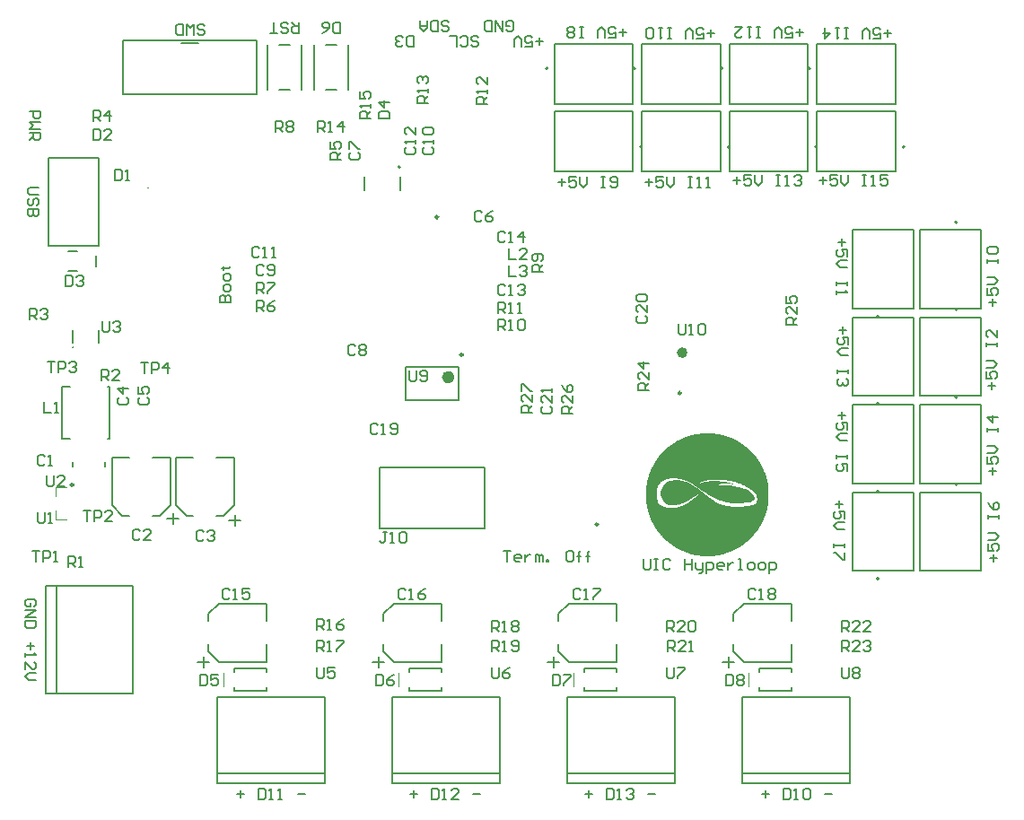
<source format=gbr>
%TF.GenerationSoftware,Altium Limited,Altium Designer,24.2.2 (26)*%
G04 Layer_Color=65535*
%FSLAX45Y45*%
%MOMM*%
%TF.SameCoordinates,CD070EA7-D628-40BE-AF17-708C1490C7C2*%
%TF.FilePolarity,Positive*%
%TF.FileFunction,Legend,Top*%
%TF.Part,Single*%
G01*
G75*
%TA.AperFunction,NonConductor*%
%ADD71C,0.25000*%
%ADD72C,0.20000*%
%ADD73C,0.50000*%
%ADD74C,0.12700*%
%ADD75C,0.60000*%
%ADD76C,0.15240*%
%ADD77C,0.15000*%
%ADD78C,0.00000*%
%ADD79C,0.20320*%
%ADD80C,0.07620*%
G36*
X12543051Y7974378D02*
X12572290D01*
Y7971454D01*
X12592757D01*
Y7968530D01*
X12610300D01*
Y7965606D01*
X12624920D01*
Y7962682D01*
X12636615D01*
Y7959759D01*
X12648310D01*
Y7956835D01*
X12660006D01*
Y7953911D01*
X12668778D01*
Y7950987D01*
X12677549D01*
Y7948063D01*
X12686321D01*
Y7945139D01*
X12695093D01*
Y7942215D01*
X12703864D01*
Y7939291D01*
X12709712D01*
Y7936367D01*
X12718484D01*
Y7933444D01*
X12724331D01*
Y7930520D01*
X12733103D01*
Y7927596D01*
X12738951D01*
Y7924672D01*
X12744798D01*
Y7921748D01*
X12750646D01*
Y7918824D01*
X12756494D01*
Y7915900D01*
X12762342D01*
Y7912977D01*
X12768190D01*
Y7910053D01*
X12774037D01*
Y7907129D01*
X12779885D01*
Y7904205D01*
X12785733D01*
Y7901281D01*
X12791581D01*
Y7898357D01*
X12794505D01*
Y7895433D01*
X12800352D01*
Y7892509D01*
X12806200D01*
Y7889585D01*
X12809125D01*
Y7886662D01*
X12814972D01*
Y7883738D01*
X12817896D01*
Y7880814D01*
X12823743D01*
Y7877890D01*
X12826666D01*
Y7874966D01*
X12832515D01*
Y7872042D01*
X12835439D01*
Y7869118D01*
X12841287D01*
Y7866194D01*
X12844211D01*
Y7863271D01*
X12847134D01*
Y7860347D01*
X12852982D01*
Y7857423D01*
X12855907D01*
Y7854499D01*
X12858830D01*
Y7851575D01*
X12864677D01*
Y7848651D01*
X12867603D01*
Y7845727D01*
X12870525D01*
Y7842803D01*
X12873450D01*
Y7839879D01*
X12876373D01*
Y7836956D01*
X12882220D01*
Y7834032D01*
X12885146D01*
Y7831108D01*
X12888069D01*
Y7828184D01*
X12890993D01*
Y7825260D01*
X12893916D01*
Y7822336D01*
X12896840D01*
Y7819412D01*
X12899763D01*
Y7816489D01*
X12902689D01*
Y7813565D01*
X12905612D01*
Y7810641D01*
X12908536D01*
Y7807717D01*
X12911459D01*
Y7804793D01*
X12914384D01*
Y7801869D01*
X12917307D01*
Y7798945D01*
X12920232D01*
Y7796021D01*
X12923155D01*
Y7793097D01*
X12926079D01*
Y7790174D01*
X12929002D01*
Y7787250D01*
X12931927D01*
Y7784326D01*
X12934851D01*
Y7781402D01*
X12937775D01*
Y7778478D01*
X12940698D01*
Y7772630D01*
X12943622D01*
Y7769706D01*
X12946545D01*
Y7766783D01*
X12949471D01*
Y7763859D01*
X12952394D01*
Y7760935D01*
X12955318D01*
Y7755087D01*
X12958241D01*
Y7752163D01*
X12961166D01*
Y7749239D01*
X12964090D01*
Y7743391D01*
X12967014D01*
Y7740468D01*
X12969937D01*
Y7737544D01*
X12972861D01*
Y7731696D01*
X12975784D01*
Y7728772D01*
X12978709D01*
Y7722924D01*
X12981633D01*
Y7720001D01*
X12984557D01*
Y7714153D01*
X12987482D01*
Y7711229D01*
X12990405D01*
Y7705381D01*
X12993327D01*
Y7702457D01*
X12996252D01*
Y7696609D01*
X12999176D01*
Y7690762D01*
X13002100D01*
Y7687838D01*
X13005025D01*
Y7681990D01*
X13007948D01*
Y7676142D01*
X13010872D01*
Y7670295D01*
X13013795D01*
Y7664447D01*
X13016719D01*
Y7658599D01*
X13019643D01*
Y7652751D01*
X13022568D01*
Y7646903D01*
X13025491D01*
Y7641056D01*
X13028415D01*
Y7635208D01*
X13031339D01*
Y7629360D01*
X13034264D01*
Y7620589D01*
X13037187D01*
Y7614741D01*
X13040109D01*
Y7605969D01*
X13043034D01*
Y7600121D01*
X13045958D01*
Y7591350D01*
X13048882D01*
Y7582578D01*
X13051807D01*
Y7573807D01*
X13054730D01*
Y7565035D01*
X13057654D01*
Y7556263D01*
X13060577D01*
Y7544568D01*
X13063501D01*
Y7532872D01*
X13066425D01*
Y7521177D01*
X13069350D01*
Y7506557D01*
X13072273D01*
Y7489014D01*
X13075197D01*
Y7468547D01*
X13078120D01*
Y7325277D01*
X13075197D01*
Y7304810D01*
X13072273D01*
Y7287266D01*
X13069350D01*
Y7272647D01*
X13066425D01*
Y7260951D01*
X13063501D01*
Y7249256D01*
X13060577D01*
Y7237560D01*
X13057654D01*
Y7228789D01*
X13054730D01*
Y7220017D01*
X13051807D01*
Y7211245D01*
X13048882D01*
Y7202474D01*
X13045958D01*
Y7193702D01*
X13043034D01*
Y7187855D01*
X13040109D01*
Y7179083D01*
X13037187D01*
Y7173235D01*
X13034264D01*
Y7164463D01*
X13031339D01*
Y7158616D01*
X13028415D01*
Y7152768D01*
X13025491D01*
Y7146920D01*
X13022568D01*
Y7141072D01*
X13019643D01*
Y7135225D01*
X13016719D01*
Y7129377D01*
X13013795D01*
Y7123529D01*
X13010872D01*
Y7117681D01*
X13007948D01*
Y7111834D01*
X13005025D01*
Y7105986D01*
X13002100D01*
Y7103062D01*
X12999176D01*
Y7097214D01*
X12996252D01*
Y7091366D01*
X12993327D01*
Y7088443D01*
X12990405D01*
Y7082595D01*
X12987482D01*
Y7079671D01*
X12984557D01*
Y7073823D01*
X12981633D01*
Y7070899D01*
X12978709D01*
Y7065051D01*
X12975784D01*
Y7062128D01*
X12972861D01*
Y7056280D01*
X12969937D01*
Y7053356D01*
X12967014D01*
Y7050432D01*
X12964090D01*
Y7044584D01*
X12961166D01*
Y7041661D01*
X12958241D01*
Y7038736D01*
X12955318D01*
Y7032889D01*
X12952394D01*
Y7029965D01*
X12949471D01*
Y7027041D01*
X12946545D01*
Y7024117D01*
X12943622D01*
Y7021193D01*
X12940698D01*
Y7015346D01*
X12937775D01*
Y7012422D01*
X12934851D01*
Y7009498D01*
X12931927D01*
Y7006574D01*
X12929002D01*
Y7003650D01*
X12926079D01*
Y7000726D01*
X12923155D01*
Y6997802D01*
X12920232D01*
Y6994878D01*
X12917307D01*
Y6991955D01*
X12914384D01*
Y6989031D01*
X12911459D01*
Y6986107D01*
X12908536D01*
Y6983183D01*
X12905612D01*
Y6980259D01*
X12902689D01*
Y6977335D01*
X12899763D01*
Y6974411D01*
X12896840D01*
Y6971487D01*
X12893916D01*
Y6968563D01*
X12890993D01*
Y6965640D01*
X12888069D01*
Y6962716D01*
X12885146D01*
Y6959792D01*
X12882220D01*
Y6956868D01*
X12876373D01*
Y6953944D01*
X12873450D01*
Y6951020D01*
X12870525D01*
Y6948096D01*
X12867603D01*
Y6945173D01*
X12864677D01*
Y6942248D01*
X12858830D01*
Y6939325D01*
X12855907D01*
Y6936401D01*
X12852982D01*
Y6933477D01*
X12847134D01*
Y6930553D01*
X12844211D01*
Y6927629D01*
X12841287D01*
Y6924705D01*
X12835439D01*
Y6921781D01*
X12832515D01*
Y6918858D01*
X12826666D01*
Y6915934D01*
X12823743D01*
Y6913010D01*
X12817896D01*
Y6910086D01*
X12814972D01*
Y6907162D01*
X12809125D01*
Y6904238D01*
X12806200D01*
Y6901314D01*
X12800352D01*
Y6898390D01*
X12794505D01*
Y6895467D01*
X12791581D01*
Y6892543D01*
X12785733D01*
Y6889619D01*
X12779885D01*
Y6886695D01*
X12774037D01*
Y6883771D01*
X12768190D01*
Y6880847D01*
X12762342D01*
Y6877923D01*
X12756494D01*
Y6874999D01*
X12750646D01*
Y6872075D01*
X12744798D01*
Y6869152D01*
X12738951D01*
Y6866228D01*
X12733103D01*
Y6863304D01*
X12724331D01*
Y6860380D01*
X12718484D01*
Y6857456D01*
X12709712D01*
Y6854532D01*
X12703864D01*
Y6851608D01*
X12695093D01*
Y6848685D01*
X12686321D01*
Y6845761D01*
X12677549D01*
Y6842837D01*
X12668778D01*
Y6839913D01*
X12660006D01*
Y6836989D01*
X12648310D01*
Y6834065D01*
X12636615D01*
Y6831141D01*
X12624920D01*
Y6828217D01*
X12610300D01*
Y6825293D01*
X12592757D01*
Y6822370D01*
X12572290D01*
Y6819446D01*
X12543051D01*
Y6816522D01*
X12458259D01*
Y6819446D01*
X12429020D01*
Y6822370D01*
X12408553D01*
Y6825293D01*
X12391009D01*
Y6828217D01*
X12376390D01*
Y6831141D01*
X12364694D01*
Y6834065D01*
X12352999D01*
Y6836989D01*
X12341303D01*
Y6839913D01*
X12332532D01*
Y6842837D01*
X12323760D01*
Y6845761D01*
X12314988D01*
Y6848685D01*
X12306217D01*
Y6851608D01*
X12297445D01*
Y6854532D01*
X12291597D01*
Y6857456D01*
X12282826D01*
Y6860380D01*
X12276978D01*
Y6863304D01*
X12268206D01*
Y6866228D01*
X12262359D01*
Y6869152D01*
X12256511D01*
Y6872075D01*
X12250663D01*
Y6874999D01*
X12244815D01*
Y6877923D01*
X12238968D01*
Y6880847D01*
X12233120D01*
Y6883771D01*
X12227272D01*
Y6886695D01*
X12221424D01*
Y6889619D01*
X12215577D01*
Y6892543D01*
X12209729D01*
Y6895467D01*
X12206805D01*
Y6898390D01*
X12200957D01*
Y6901314D01*
X12195109D01*
Y6904238D01*
X12192185D01*
Y6907162D01*
X12186338D01*
Y6910086D01*
X12183414D01*
Y6913010D01*
X12177566D01*
Y6915934D01*
X12174642D01*
Y6918858D01*
X12168794D01*
Y6921781D01*
X12165871D01*
Y6924705D01*
X12160023D01*
Y6927629D01*
X12157099D01*
Y6930553D01*
X12154175D01*
Y6933477D01*
X12148327D01*
Y6936401D01*
X12145403D01*
Y6939325D01*
X12142479D01*
Y6942248D01*
X12136632D01*
Y6945173D01*
X12133708D01*
Y6948096D01*
X12130784D01*
Y6951020D01*
X12127860D01*
Y6953944D01*
X12124936D01*
Y6956868D01*
X12119089D01*
Y6959792D01*
X12116164D01*
Y6962716D01*
X12113241D01*
Y6965640D01*
X12110317D01*
Y6968563D01*
X12107393D01*
Y6971487D01*
X12104469D01*
Y6974411D01*
X12101545D01*
Y6977335D01*
X12098621D01*
Y6980259D01*
X12095697D01*
Y6983183D01*
X12092774D01*
Y6986107D01*
X12089850D01*
Y6989031D01*
X12086926D01*
Y6991955D01*
X12084002D01*
Y6994878D01*
X12081078D01*
Y6997802D01*
X12078154D01*
Y7000726D01*
X12075230D01*
Y7003650D01*
X12072306D01*
Y7006574D01*
X12069383D01*
Y7009498D01*
X12066459D01*
Y7012422D01*
X12063535D01*
Y7015346D01*
X12060611D01*
Y7021193D01*
X12057687D01*
Y7024117D01*
X12054763D01*
Y7027041D01*
X12051839D01*
Y7029965D01*
X12048915D01*
Y7032889D01*
X12045991D01*
Y7038736D01*
X12043068D01*
Y7041661D01*
X12040144D01*
Y7044584D01*
X12037220D01*
Y7050432D01*
X12034296D01*
Y7053356D01*
X12031372D01*
Y7056280D01*
X12028448D01*
Y7062128D01*
X12025524D01*
Y7065051D01*
X12022601D01*
Y7070899D01*
X12019676D01*
Y7073823D01*
X12016753D01*
Y7079671D01*
X12013829D01*
Y7082595D01*
X12010905D01*
Y7088443D01*
X12007981D01*
Y7091366D01*
X12005057D01*
Y7097214D01*
X12002133D01*
Y7103062D01*
X11999209D01*
Y7105986D01*
X11996286D01*
Y7111834D01*
X11993362D01*
Y7117681D01*
X11990438D01*
Y7123529D01*
X11987514D01*
Y7129377D01*
X11984590D01*
Y7135225D01*
X11981666D01*
Y7141072D01*
X11978742D01*
Y7146920D01*
X11975818D01*
Y7152768D01*
X11972895D01*
Y7158616D01*
X11969971D01*
Y7164463D01*
X11967047D01*
Y7173235D01*
X11964123D01*
Y7179083D01*
X11961199D01*
Y7187855D01*
X11958275D01*
Y7193702D01*
X11955351D01*
Y7202474D01*
X11952427D01*
Y7211245D01*
X11949503D01*
Y7220017D01*
X11946580D01*
Y7228789D01*
X11943656D01*
Y7237560D01*
X11940732D01*
Y7249256D01*
X11937808D01*
Y7260951D01*
X11934884D01*
Y7272647D01*
X11931960D01*
Y7287266D01*
X11929036D01*
Y7304810D01*
X11926113D01*
Y7325277D01*
X11923188D01*
Y7354516D01*
X11920265D01*
Y7439308D01*
X11923188D01*
Y7468547D01*
X11926113D01*
Y7489014D01*
X11929036D01*
Y7506557D01*
X11931960D01*
Y7521177D01*
X11934884D01*
Y7532872D01*
X11937808D01*
Y7544568D01*
X11940732D01*
Y7556263D01*
X11943656D01*
Y7565035D01*
X11946580D01*
Y7573807D01*
X11949503D01*
Y7582578D01*
X11952427D01*
Y7591350D01*
X11955351D01*
Y7600121D01*
X11958275D01*
Y7605969D01*
X11961199D01*
Y7614741D01*
X11964123D01*
Y7620589D01*
X11967047D01*
Y7629360D01*
X11969971D01*
Y7635208D01*
X11972895D01*
Y7641056D01*
X11975818D01*
Y7646903D01*
X11978742D01*
Y7652751D01*
X11981666D01*
Y7658599D01*
X11984590D01*
Y7664447D01*
X11987514D01*
Y7670295D01*
X11990438D01*
Y7676142D01*
X11993362D01*
Y7681990D01*
X11996286D01*
Y7687838D01*
X11999209D01*
Y7690762D01*
X12002133D01*
Y7696609D01*
X12005057D01*
Y7702457D01*
X12007981D01*
Y7705381D01*
X12010905D01*
Y7711229D01*
X12013829D01*
Y7714153D01*
X12016753D01*
Y7720001D01*
X12019676D01*
Y7722924D01*
X12022601D01*
Y7728772D01*
X12025524D01*
Y7731696D01*
X12028448D01*
Y7737544D01*
X12031372D01*
Y7740468D01*
X12034296D01*
Y7743391D01*
X12037220D01*
Y7749239D01*
X12040144D01*
Y7752163D01*
X12043068D01*
Y7755087D01*
X12045991D01*
Y7760935D01*
X12048915D01*
Y7763859D01*
X12051839D01*
Y7766783D01*
X12054763D01*
Y7769706D01*
X12057687D01*
Y7772630D01*
X12060611D01*
Y7778478D01*
X12063535D01*
Y7781402D01*
X12066459D01*
Y7784326D01*
X12069383D01*
Y7787250D01*
X12072306D01*
Y7790174D01*
X12075230D01*
Y7793097D01*
X12078154D01*
Y7796021D01*
X12081078D01*
Y7798945D01*
X12084002D01*
Y7801869D01*
X12086926D01*
Y7804793D01*
X12089850D01*
Y7807717D01*
X12092774D01*
Y7810641D01*
X12095697D01*
Y7813565D01*
X12098621D01*
Y7816489D01*
X12101545D01*
Y7819412D01*
X12104469D01*
Y7822336D01*
X12107393D01*
Y7825260D01*
X12110317D01*
Y7828184D01*
X12113241D01*
Y7831108D01*
X12116164D01*
Y7834032D01*
X12119089D01*
Y7836956D01*
X12124936D01*
Y7839879D01*
X12127860D01*
Y7842803D01*
X12130784D01*
Y7845727D01*
X12133708D01*
Y7848651D01*
X12136632D01*
Y7851575D01*
X12142479D01*
Y7854499D01*
X12145403D01*
Y7857423D01*
X12148327D01*
Y7860347D01*
X12154175D01*
Y7863271D01*
X12157099D01*
Y7866194D01*
X12160023D01*
Y7869118D01*
X12165871D01*
Y7872042D01*
X12168794D01*
Y7874966D01*
X12174642D01*
Y7877890D01*
X12177566D01*
Y7880814D01*
X12183414D01*
Y7883738D01*
X12186338D01*
Y7886662D01*
X12192185D01*
Y7889585D01*
X12195109D01*
Y7892509D01*
X12200957D01*
Y7895433D01*
X12206805D01*
Y7898357D01*
X12209729D01*
Y7901281D01*
X12215577D01*
Y7904205D01*
X12221424D01*
Y7907129D01*
X12227272D01*
Y7910053D01*
X12233120D01*
Y7912977D01*
X12238968D01*
Y7915900D01*
X12244815D01*
Y7918824D01*
X12250663D01*
Y7921748D01*
X12256511D01*
Y7924672D01*
X12262359D01*
Y7927596D01*
X12268206D01*
Y7930520D01*
X12276978D01*
Y7933444D01*
X12282826D01*
Y7936367D01*
X12291597D01*
Y7939291D01*
X12297445D01*
Y7942215D01*
X12306217D01*
Y7945139D01*
X12314988D01*
Y7948063D01*
X12323760D01*
Y7950987D01*
X12332532D01*
Y7953911D01*
X12341303D01*
Y7956835D01*
X12352999D01*
Y7959759D01*
X12364694D01*
Y7962682D01*
X12376390D01*
Y7965606D01*
X12391009D01*
Y7968530D01*
X12408553D01*
Y7971454D01*
X12429020D01*
Y7974378D01*
X12458259D01*
Y7977302D01*
X12543051D01*
Y7974378D01*
D02*
G37*
%LPC*%
G36*
X12206805Y7553339D02*
X12203881D01*
Y7550415D01*
X12145403D01*
Y7547492D01*
X12127860D01*
Y7544568D01*
X12116164D01*
Y7541644D01*
X12110317D01*
Y7538720D01*
X12101545D01*
Y7535796D01*
X12095697D01*
Y7532872D01*
X12089850D01*
Y7529948D01*
X12086926D01*
Y7527024D01*
X12081078D01*
Y7524101D01*
X12075230D01*
Y7521177D01*
X12072306D01*
Y7518253D01*
X12069383D01*
Y7515329D01*
X12063535D01*
Y7512405D01*
X12060611D01*
Y7506557D01*
X12057687D01*
Y7503633D01*
X12054763D01*
Y7500709D01*
X12051839D01*
Y7497786D01*
X12048915D01*
Y7494862D01*
X12045991D01*
Y7491938D01*
X12043068D01*
Y7489014D01*
X12040144D01*
Y7483166D01*
X12037220D01*
Y7480242D01*
X12034296D01*
Y7477319D01*
X12031372D01*
Y7474394D01*
X12034296D01*
Y7471471D01*
X12031372D01*
Y7462699D01*
X12028448D01*
Y7442232D01*
X12025524D01*
Y7415917D01*
X12022601D01*
Y7383754D01*
X12025524D01*
Y7357439D01*
X12028448D01*
Y7348668D01*
X12031372D01*
Y7342820D01*
X12028448D01*
Y7339896D01*
X12031372D01*
Y7328201D01*
X12034296D01*
Y7325277D01*
X12037220D01*
Y7319429D01*
X12040144D01*
Y7316505D01*
X12043068D01*
Y7313581D01*
X12045991D01*
Y7310657D01*
X12048915D01*
Y7307733D01*
X12051839D01*
Y7304810D01*
X12054763D01*
Y7301886D01*
X12057687D01*
Y7298962D01*
X12063535D01*
Y7296038D01*
X12066459D01*
Y7293114D01*
X12072306D01*
Y7290190D01*
X12078154D01*
Y7287266D01*
X12086926D01*
Y7284343D01*
X12092774D01*
Y7281419D01*
X12104469D01*
Y7278495D01*
X12107393D01*
Y7275571D01*
X12133708D01*
Y7272647D01*
X12195109D01*
Y7275571D01*
X12200957D01*
Y7272647D01*
X12203881D01*
Y7275571D01*
X12209729D01*
Y7278495D01*
X12215577D01*
Y7275571D01*
X12218500D01*
Y7278495D01*
X12224348D01*
Y7281419D01*
X12238968D01*
Y7284343D01*
X12244815D01*
Y7287266D01*
X12253587D01*
Y7290190D01*
X12259435D01*
Y7293114D01*
X12271130D01*
Y7296038D01*
X12274054D01*
Y7298962D01*
X12279902D01*
Y7301886D01*
X12285750D01*
Y7304810D01*
X12294521D01*
Y7307733D01*
X12297445D01*
Y7310657D01*
X12303293D01*
Y7313581D01*
X12309141D01*
Y7316505D01*
X12314988D01*
Y7319429D01*
X12320836D01*
Y7322353D01*
X12323760D01*
Y7325277D01*
X12326684D01*
Y7328201D01*
X12332532D01*
Y7331125D01*
X12335456D01*
Y7334048D01*
X12341303D01*
Y7336972D01*
X12344227D01*
Y7339896D01*
X12350075D01*
Y7342820D01*
X12352999D01*
Y7345744D01*
X12358847D01*
Y7348668D01*
X12361771D01*
Y7351592D01*
X12364694D01*
Y7354516D01*
X12367618D01*
Y7357439D01*
X12373466D01*
Y7360363D01*
X12376390D01*
Y7363287D01*
X12379314D01*
Y7366211D01*
X12382238D01*
Y7369135D01*
X12388085D01*
Y7372059D01*
X12391009D01*
Y7374983D01*
X12393933D01*
Y7377907D01*
X12396857D01*
Y7380831D01*
X12399781D01*
Y7383754D01*
X12405629D01*
Y7386678D01*
X12408553D01*
Y7389602D01*
X12411476D01*
Y7392526D01*
X12414400D01*
Y7395450D01*
X12417324D01*
Y7398374D01*
X12420248D01*
Y7401298D01*
X12423172D01*
Y7404221D01*
X12417324D01*
Y7401298D01*
X12411476D01*
Y7398374D01*
X12405629D01*
Y7395450D01*
X12402705D01*
Y7392526D01*
X12399781D01*
Y7389602D01*
X12393933D01*
Y7386678D01*
X12391009D01*
Y7383754D01*
X12385161D01*
Y7380831D01*
X12382238D01*
Y7377907D01*
X12376390D01*
Y7374983D01*
X12370542D01*
Y7372059D01*
X12367618D01*
Y7369135D01*
X12364694D01*
Y7366211D01*
X12358847D01*
Y7363287D01*
X12355923D01*
Y7360363D01*
X12350075D01*
Y7357439D01*
X12344227D01*
Y7354516D01*
X12341303D01*
Y7351592D01*
X12335456D01*
Y7348668D01*
X12332532D01*
Y7345744D01*
X12326684D01*
Y7342820D01*
X12323760D01*
Y7339896D01*
X12317912D01*
Y7336972D01*
X12309141D01*
Y7334048D01*
X12306217D01*
Y7331125D01*
X12300369D01*
Y7328201D01*
X12291597D01*
Y7325277D01*
X12285750D01*
Y7322353D01*
X12282826D01*
Y7319429D01*
X12274054D01*
Y7316505D01*
X12268206D01*
Y7313581D01*
X12256511D01*
Y7310657D01*
X12247739D01*
Y7307733D01*
X12244815D01*
Y7304810D01*
X12241891D01*
Y7307733D01*
X12236044D01*
Y7304810D01*
X12233120D01*
Y7301886D01*
X12230196D01*
Y7304810D01*
X12224348D01*
Y7301886D01*
X12221424D01*
Y7298962D01*
X12200957D01*
Y7296038D01*
X12154175D01*
Y7298962D01*
X12139556D01*
Y7301886D01*
X12130784D01*
Y7304810D01*
X12122012D01*
Y7307733D01*
X12116164D01*
Y7310657D01*
X12113241D01*
Y7313581D01*
X12107393D01*
Y7316505D01*
X12104469D01*
Y7319429D01*
X12101545D01*
Y7322353D01*
X12095697D01*
Y7325277D01*
X12092774D01*
Y7331125D01*
X12089850D01*
Y7334048D01*
X12086926D01*
Y7336972D01*
X12084002D01*
Y7339896D01*
X12081078D01*
Y7345744D01*
X12078154D01*
Y7351592D01*
X12075230D01*
Y7357439D01*
X12072306D01*
Y7363287D01*
X12069383D01*
Y7369135D01*
X12066459D01*
Y7380831D01*
X12063535D01*
Y7430536D01*
X12066459D01*
Y7442232D01*
X12069383D01*
Y7451004D01*
X12072306D01*
Y7456851D01*
X12075230D01*
Y7465623D01*
X12078154D01*
Y7468547D01*
X12081078D01*
Y7474394D01*
X12084002D01*
Y7480242D01*
X12086926D01*
Y7483166D01*
X12089850D01*
Y7486090D01*
X12092774D01*
Y7491938D01*
X12095697D01*
Y7494862D01*
X12098621D01*
Y7497786D01*
X12101545D01*
Y7500709D01*
X12104469D01*
Y7503633D01*
X12107393D01*
Y7506557D01*
X12110317D01*
Y7509481D01*
X12116164D01*
Y7512405D01*
X12119089D01*
Y7515329D01*
X12124936D01*
Y7518253D01*
X12130784D01*
Y7521177D01*
X12139556D01*
Y7524101D01*
X12148327D01*
Y7527024D01*
X12154175D01*
Y7529948D01*
X12157099D01*
Y7527024D01*
X12162947D01*
Y7529948D01*
X12165871D01*
Y7532872D01*
X12168794D01*
Y7529948D01*
X12174642D01*
Y7532872D01*
X12177566D01*
Y7529948D01*
X12180490D01*
Y7532872D01*
X12192185D01*
Y7535796D01*
X12221424D01*
Y7532872D01*
X12227272D01*
Y7529948D01*
X12230196D01*
Y7532872D01*
X12233120D01*
Y7529948D01*
X12238968D01*
Y7532872D01*
X12244815D01*
Y7529948D01*
X12247739D01*
Y7527024D01*
X12250663D01*
Y7529948D01*
X12259435D01*
Y7527024D01*
X12274054D01*
Y7524101D01*
X12276978D01*
Y7521177D01*
X12279902D01*
Y7524101D01*
X12282826D01*
Y7521177D01*
X12285750D01*
Y7518253D01*
X12288673D01*
Y7521177D01*
X12291597D01*
Y7518253D01*
X12294521D01*
Y7515329D01*
X12309141D01*
Y7512405D01*
X12314988D01*
Y7509481D01*
X12320836D01*
Y7506557D01*
X12326684D01*
Y7503633D01*
X12332532D01*
Y7500709D01*
X12341303D01*
Y7497786D01*
X12347151D01*
Y7494862D01*
X12350075D01*
Y7491938D01*
X12355923D01*
Y7489014D01*
X12361771D01*
Y7486090D01*
X12364694D01*
Y7483166D01*
X12370542D01*
Y7480242D01*
X12376390D01*
Y7477319D01*
X12382238D01*
Y7474394D01*
X12385161D01*
Y7471471D01*
X12388085D01*
Y7468547D01*
X12393933D01*
Y7465623D01*
X12399781D01*
Y7462699D01*
X12402705D01*
Y7459775D01*
X12405629D01*
Y7456851D01*
X12411476D01*
Y7453927D01*
X12414400D01*
Y7451004D01*
X12417324D01*
Y7448080D01*
X12420248D01*
Y7445156D01*
X12426096D01*
Y7442232D01*
X12429020D01*
Y7439308D01*
X12431944D01*
Y7436384D01*
X12437791D01*
Y7433460D01*
X12440715D01*
Y7430536D01*
X12443639D01*
Y7427613D01*
X12446563D01*
Y7424689D01*
X12452411D01*
Y7421765D01*
X12455334D01*
Y7418841D01*
X12458259D01*
Y7415917D01*
X12461182D01*
Y7412993D01*
X12464106D01*
Y7410069D01*
X12469954D01*
Y7407145D01*
X12472878D01*
Y7404221D01*
X12475802D01*
Y7401298D01*
X12478726D01*
Y7398374D01*
X12481649D01*
Y7395450D01*
X12487497D01*
Y7392526D01*
X12490421D01*
Y7389602D01*
X12496269D01*
Y7386678D01*
X12499193D01*
Y7383754D01*
X12502117D01*
Y7380831D01*
X12505041D01*
Y7377907D01*
X12510888D01*
Y7374983D01*
X12513812D01*
Y7372059D01*
X12516736D01*
Y7369135D01*
X12522584D01*
Y7366211D01*
X12525508D01*
Y7363287D01*
X12531355D01*
Y7360363D01*
X12534279D01*
Y7357439D01*
X12537203D01*
Y7354516D01*
X12543051D01*
Y7351592D01*
X12545975D01*
Y7348668D01*
X12548899D01*
Y7345744D01*
X12554747D01*
Y7342820D01*
X12560594D01*
Y7339896D01*
X12563518D01*
Y7336972D01*
X12569366D01*
Y7334048D01*
X12575214D01*
Y7331125D01*
X12578137D01*
Y7328201D01*
X12586909D01*
Y7325277D01*
X12589833D01*
Y7322353D01*
X12595681D01*
Y7319429D01*
X12604452D01*
Y7316505D01*
X12610300D01*
Y7313581D01*
X12613224D01*
Y7310657D01*
X12619072D01*
Y7307733D01*
X12621996D01*
Y7310657D01*
X12624920D01*
Y7307733D01*
X12630767D01*
Y7304810D01*
X12636615D01*
Y7301886D01*
X12648310D01*
Y7298962D01*
X12657082D01*
Y7296038D01*
X12668778D01*
Y7293114D01*
X12671702D01*
Y7290190D01*
X12674625D01*
Y7293114D01*
X12680473D01*
Y7290190D01*
X12698017D01*
Y7287266D01*
X12715560D01*
Y7284343D01*
X12730179D01*
Y7281419D01*
X12733103D01*
Y7284343D01*
X12738951D01*
Y7281419D01*
X12741875D01*
Y7284343D01*
X12747723D01*
Y7281419D01*
X12803276D01*
Y7284343D01*
X12850058D01*
Y7287266D01*
X12861754D01*
Y7284343D01*
X12864677D01*
Y7287266D01*
X12879297D01*
Y7290190D01*
X12896840D01*
Y7293114D01*
X12905612D01*
Y7296038D01*
X12917307D01*
Y7298962D01*
X12929002D01*
Y7301886D01*
X12937775D01*
Y7304810D01*
X12943622D01*
Y7307733D01*
X12952394D01*
Y7310657D01*
X12958241D01*
Y7313581D01*
X12961166D01*
Y7316505D01*
X12964090D01*
Y7325277D01*
X12967014D01*
Y7336972D01*
X12969937D01*
Y7369135D01*
X12967014D01*
Y7380831D01*
X12964090D01*
Y7392526D01*
X12961166D01*
Y7395450D01*
X12964090D01*
Y7401298D01*
X12958241D01*
Y7404221D01*
X12955318D01*
Y7407145D01*
X12952394D01*
Y7410069D01*
X12949471D01*
Y7412993D01*
X12946545D01*
Y7415917D01*
X12943622D01*
Y7418841D01*
X12940698D01*
Y7421765D01*
X12937775D01*
Y7424689D01*
X12934851D01*
Y7427613D01*
X12931927D01*
Y7430536D01*
X12929002D01*
Y7433460D01*
X12926079D01*
Y7436384D01*
X12920232D01*
Y7439308D01*
X12917307D01*
Y7442232D01*
X12914384D01*
Y7445156D01*
X12908536D01*
Y7448080D01*
X12905612D01*
Y7451004D01*
X12899763D01*
Y7453927D01*
X12896840D01*
Y7456851D01*
X12890993D01*
Y7459775D01*
X12888069D01*
Y7462699D01*
X12882220D01*
Y7465623D01*
X12876373D01*
Y7468547D01*
X12870525D01*
Y7471471D01*
X12867603D01*
Y7474394D01*
X12861754D01*
Y7477319D01*
X12858830D01*
Y7480242D01*
X12852982D01*
Y7483166D01*
X12841287D01*
Y7486090D01*
X12838364D01*
Y7489014D01*
X12832515D01*
Y7491938D01*
X12823743D01*
Y7494862D01*
X12817896D01*
Y7497786D01*
X12806200D01*
Y7500709D01*
X12800352D01*
Y7503633D01*
X12791581D01*
Y7506557D01*
X12785733D01*
Y7509481D01*
X12782809D01*
Y7506557D01*
X12779885D01*
Y7509481D01*
X12774037D01*
Y7512405D01*
X12768190D01*
Y7515329D01*
X12759418D01*
Y7518253D01*
X12753570D01*
Y7515329D01*
X12750646D01*
Y7518253D01*
X12738951D01*
Y7521177D01*
X12733103D01*
Y7524101D01*
X12715560D01*
Y7527024D01*
X12706788D01*
Y7529948D01*
X12683397D01*
Y7532872D01*
X12662930D01*
Y7535796D01*
X12660006D01*
Y7538720D01*
X12657082D01*
Y7535796D01*
X12648310D01*
Y7538720D01*
X12645387D01*
Y7535796D01*
X12636615D01*
Y7538720D01*
X12528432D01*
Y7535796D01*
X12525508D01*
Y7538720D01*
X12519660D01*
Y7535796D01*
X12516736D01*
Y7532872D01*
X12499193D01*
Y7529948D01*
X12481649D01*
Y7527024D01*
X12472878D01*
Y7524101D01*
X12464106D01*
Y7521177D01*
X12461182D01*
Y7524101D01*
X12458259D01*
Y7521177D01*
X12449487D01*
Y7518253D01*
X12446563D01*
Y7515329D01*
X12437791D01*
Y7512405D01*
X12431944D01*
Y7509481D01*
X12429020D01*
Y7506557D01*
X12434867D01*
Y7503633D01*
X12437791D01*
Y7506557D01*
X12446563D01*
Y7509481D01*
X12455334D01*
Y7512405D01*
X12464106D01*
Y7515329D01*
X12484573D01*
Y7518253D01*
X12493345D01*
Y7521177D01*
X12499193D01*
Y7518253D01*
X12507964D01*
Y7521177D01*
X12516736D01*
Y7524101D01*
X12525508D01*
Y7521177D01*
X12528432D01*
Y7524101D01*
X12621996D01*
Y7521177D01*
X12630767D01*
Y7518253D01*
X12633691D01*
Y7521177D01*
X12639539D01*
Y7518253D01*
X12642463D01*
Y7521177D01*
X12648310D01*
Y7518253D01*
X12657082D01*
Y7515329D01*
X12660006D01*
Y7518253D01*
X12668778D01*
Y7515329D01*
X12674625D01*
Y7512405D01*
X12677549D01*
Y7515329D01*
X12683397D01*
Y7512405D01*
X12692169D01*
Y7509481D01*
X12706788D01*
Y7506557D01*
X12709712D01*
Y7509481D01*
X12712636D01*
Y7506557D01*
X12721408D01*
Y7503633D01*
X12733103D01*
Y7500709D01*
X12738951D01*
Y7497786D01*
X12741875D01*
Y7494862D01*
X12730179D01*
Y7497786D01*
X12703864D01*
Y7500709D01*
X12700940D01*
Y7497786D01*
X12692169D01*
Y7500709D01*
X12689245D01*
Y7497786D01*
X12636615D01*
Y7494862D01*
X12633691D01*
Y7497786D01*
X12627843D01*
Y7494862D01*
X12613224D01*
Y7497786D01*
X12610300D01*
Y7494862D01*
X12607376D01*
Y7489014D01*
X12610300D01*
Y7491938D01*
X12613224D01*
Y7489014D01*
X12668778D01*
Y7486090D01*
X12674625D01*
Y7489014D01*
X12677549D01*
Y7486090D01*
X12712636D01*
Y7483166D01*
X12718484D01*
Y7480242D01*
X12721408D01*
Y7483166D01*
X12724331D01*
Y7480242D01*
X12730179D01*
Y7483166D01*
X12733103D01*
Y7480242D01*
X12738951D01*
Y7477319D01*
X12756494D01*
Y7474394D01*
X12759418D01*
Y7477319D01*
X12765266D01*
Y7474394D01*
X12771113D01*
Y7471471D01*
X12776961D01*
Y7474394D01*
X12779885D01*
Y7471471D01*
X12791581D01*
Y7468547D01*
X12800352D01*
Y7465623D01*
X12814972D01*
Y7462699D01*
X12817896D01*
Y7459775D01*
X12832515D01*
Y7456851D01*
X12841287D01*
Y7453927D01*
X12850058D01*
Y7451004D01*
X12861754D01*
Y7448080D01*
X12864677D01*
Y7445156D01*
X12867603D01*
Y7448080D01*
X12870525D01*
Y7445156D01*
X12873450D01*
Y7442232D01*
X12876373D01*
Y7445156D01*
X12879297D01*
Y7442232D01*
X12882220D01*
Y7439308D01*
X12885146D01*
Y7436384D01*
X12890993D01*
Y7433460D01*
X12893916D01*
Y7430536D01*
X12896840D01*
Y7427613D01*
X12902689D01*
Y7424689D01*
X12905612D01*
Y7421765D01*
X12908536D01*
Y7418841D01*
X12911459D01*
Y7415917D01*
X12914384D01*
Y7412993D01*
X12917307D01*
Y7410069D01*
X12920232D01*
Y7407145D01*
X12923155D01*
Y7404221D01*
X12926079D01*
Y7398374D01*
X12929002D01*
Y7395450D01*
X12931927D01*
Y7392526D01*
X12934851D01*
Y7389602D01*
X12937775D01*
Y7383754D01*
X12940698D01*
Y7380831D01*
X12943622D01*
Y7374983D01*
X12946545D01*
Y7369135D01*
X12949471D01*
Y7354516D01*
X12946545D01*
Y7348668D01*
X12943622D01*
Y7345744D01*
X12940698D01*
Y7342820D01*
X12937775D01*
Y7339896D01*
X12931927D01*
Y7336972D01*
X12926079D01*
Y7334048D01*
X12920232D01*
Y7331125D01*
X12911459D01*
Y7328201D01*
X12899763D01*
Y7325277D01*
X12882220D01*
Y7322353D01*
X12864677D01*
Y7319429D01*
X12861754D01*
Y7322353D01*
X12855907D01*
Y7319429D01*
X12852982D01*
Y7322353D01*
X12847134D01*
Y7319429D01*
X12832515D01*
Y7316505D01*
X12738951D01*
Y7319429D01*
X12721408D01*
Y7322353D01*
X12718484D01*
Y7319429D01*
X12709712D01*
Y7322353D01*
X12706788D01*
Y7319429D01*
X12703864D01*
Y7322353D01*
X12686321D01*
Y7325277D01*
X12677549D01*
Y7328201D01*
X12665854D01*
Y7331125D01*
X12654158D01*
Y7334048D01*
X12651235D01*
Y7331125D01*
X12648310D01*
Y7334048D01*
X12645387D01*
Y7336972D01*
X12642463D01*
Y7334048D01*
X12639539D01*
Y7336972D01*
X12633691D01*
Y7339896D01*
X12624920D01*
Y7342820D01*
X12613224D01*
Y7345744D01*
X12610300D01*
Y7348668D01*
X12601529D01*
Y7351592D01*
X12592757D01*
Y7354516D01*
X12586909D01*
Y7357439D01*
X12578137D01*
Y7360363D01*
X12572290D01*
Y7363287D01*
X12569366D01*
Y7366211D01*
X12560594D01*
Y7369135D01*
X12557670D01*
Y7372059D01*
X12551822D01*
Y7374983D01*
X12545975D01*
Y7377907D01*
X12543051D01*
Y7380831D01*
X12537203D01*
Y7383754D01*
X12531355D01*
Y7386678D01*
X12525508D01*
Y7389602D01*
X12522584D01*
Y7392526D01*
X12513812D01*
Y7395450D01*
X12510888D01*
Y7398374D01*
X12505041D01*
Y7401298D01*
X12502117D01*
Y7404221D01*
X12496269D01*
Y7407145D01*
X12493345D01*
Y7410069D01*
X12487497D01*
Y7412993D01*
X12481649D01*
Y7415917D01*
X12475802D01*
Y7418841D01*
X12472878D01*
Y7421765D01*
X12467030D01*
Y7424689D01*
X12461182D01*
Y7427613D01*
X12458259D01*
Y7430536D01*
X12455334D01*
Y7433460D01*
X12449487D01*
Y7436384D01*
X12443639D01*
Y7439308D01*
X12440715D01*
Y7442232D01*
X12434867D01*
Y7445156D01*
X12429020D01*
Y7448080D01*
X12426096D01*
Y7451004D01*
X12423172D01*
Y7453927D01*
X12420248D01*
Y7456851D01*
X12417324D01*
Y7459775D01*
X12414400D01*
Y7462699D01*
X12408553D01*
Y7465623D01*
X12405629D01*
Y7468547D01*
X12402705D01*
Y7471471D01*
X12399781D01*
Y7474394D01*
X12393933D01*
Y7477319D01*
X12391009D01*
Y7480242D01*
X12385161D01*
Y7483166D01*
X12382238D01*
Y7486090D01*
X12376390D01*
Y7489014D01*
X12370542D01*
Y7491938D01*
X12367618D01*
Y7494862D01*
X12364694D01*
Y7497786D01*
X12358847D01*
Y7500709D01*
X12352999D01*
Y7503633D01*
X12350075D01*
Y7506557D01*
X12341303D01*
Y7509481D01*
X12335456D01*
Y7512405D01*
X12329608D01*
Y7515329D01*
X12326684D01*
Y7518253D01*
X12317912D01*
Y7521177D01*
X12312065D01*
Y7524101D01*
X12303293D01*
Y7527024D01*
X12297445D01*
Y7529948D01*
X12291597D01*
Y7532872D01*
X12282826D01*
Y7535796D01*
X12276978D01*
Y7538720D01*
X12262359D01*
Y7541644D01*
X12259435D01*
Y7544568D01*
X12244815D01*
Y7547492D01*
X12241891D01*
Y7544568D01*
X12236044D01*
Y7547492D01*
X12224348D01*
Y7550415D01*
X12206805D01*
Y7553339D01*
D02*
G37*
%LPD*%
D71*
X9961680Y10017760D02*
G03*
X9961680Y10017760I-12500J0D01*
G01*
X12253400Y8356744D02*
G03*
X12253400Y8356744I-12500J0D01*
G01*
X6519980Y7490460D02*
G03*
X6519980Y7490460I-12500J0D01*
G01*
X11470500Y7118380D02*
G03*
X11470500Y7118380I-12500J0D01*
G01*
X10194000Y8718000D02*
G03*
X10194000Y8718000I-12500J0D01*
G01*
D72*
X6517480Y8788400D02*
G03*
X6517480Y8788400I-4920J0D01*
G01*
X14117999Y8255500D02*
G03*
X14117999Y8255500I-10000J0D01*
G01*
Y9081000D02*
G03*
X14117999Y9081000I-10000J0D01*
G01*
Y7430000D02*
G03*
X14117999Y7430000I-10000J0D01*
G01*
X9603580Y10487660D02*
G03*
X9603580Y10487660I-10000J0D01*
G01*
X14360500Y10679000D02*
G03*
X14360500Y10679000I-10000J0D01*
G01*
X13472501Y11419000D02*
G03*
X13472501Y11419000I-10000J0D01*
G01*
X11884000Y10679000D02*
G03*
X11884000Y10679000I-10000J0D01*
G01*
X14858000Y9969000D02*
G03*
X14858000Y9969000I-10000J0D01*
G01*
Y9143500D02*
G03*
X14858000Y9143500I-10000J0D01*
G01*
Y8318000D02*
G03*
X14858000Y8318000I-10000J0D01*
G01*
X14117999Y6604500D02*
G03*
X14117999Y6604500I-10000J0D01*
G01*
X14858000Y7492500D02*
G03*
X14858000Y7492500I-10000J0D01*
G01*
X10996000Y11419000D02*
G03*
X10996000Y11419000I-10000J0D01*
G01*
X12709500Y10679000D02*
G03*
X12709500Y10679000I-10000J0D01*
G01*
X11821500Y11419000D02*
G03*
X11821500Y11419000I-10000J0D01*
G01*
X13535001Y10679000D02*
G03*
X13535001Y10679000I-10000J0D01*
G01*
X12647000Y11419000D02*
G03*
X12647000Y11419000I-10000J0D01*
G01*
X9540500Y6371000D02*
X9990500D01*
X9440500Y6206000D02*
Y6271000D01*
X9540500Y6371000D01*
X9990500Y6206000D02*
Y6371000D01*
Y5821000D02*
Y5986000D01*
X9440500Y5921000D02*
X9540500Y5821000D01*
X9440500Y5921000D02*
Y5986000D01*
X9540500Y5821000D02*
X9990500D01*
X12842500D02*
X13292500D01*
X12742500Y5921000D02*
Y5986000D01*
Y5921000D02*
X12842500Y5821000D01*
X13292500D02*
Y5986000D01*
Y6206000D02*
Y6371000D01*
X12742500Y6271000D02*
X12842500Y6371000D01*
X12742500Y6206000D02*
Y6271000D01*
X12842500Y6371000D02*
X13292500D01*
X6467820Y9506200D02*
X6552820D01*
X6467820Y9696200D02*
X6552820D01*
X7432720Y7297680D02*
Y7747680D01*
X7267720Y7197680D02*
X7332720D01*
X7432720Y7297680D01*
X7267720Y7747680D02*
X7432720D01*
X6882720D02*
X7047720D01*
X6882720Y7297680D02*
X6982720Y7197680D01*
X7047720D01*
X6882720Y7297680D02*
Y7747680D01*
X6817500Y7661050D02*
Y7705950D01*
X6517500Y7661050D02*
Y7705950D01*
X9656000Y8285500D02*
Y8605500D01*
X10156000Y8285500D02*
Y8605500D01*
X9656000Y8285500D02*
X10156000D01*
X9656000Y8605500D02*
X10156000D01*
X7889500Y6371000D02*
X8339500D01*
X7789500Y6206000D02*
Y6271000D01*
X7889500Y6371000D01*
X8339500Y6206000D02*
Y6371000D01*
Y5821000D02*
Y5986000D01*
X7789500Y5921000D02*
X7889500Y5821000D01*
X7789500Y5921000D02*
Y5986000D01*
X7889500Y5821000D02*
X8339500D01*
X11191500Y6371000D02*
X11641500D01*
X11091500Y6206000D02*
Y6271000D01*
X11191500Y6371000D01*
X11641500Y6206000D02*
Y6371000D01*
Y5821000D02*
Y5986000D01*
X11091500Y5921000D02*
X11191500Y5821000D01*
X11091500Y5921000D02*
Y5986000D01*
X11191500Y5821000D02*
X11641500D01*
X7487240Y7297680D02*
Y7747680D01*
X7587240Y7197680D02*
X7652240D01*
X7487240Y7297680D02*
X7587240Y7197680D01*
X7487240Y7747680D02*
X7652240D01*
X7872240D02*
X8037240D01*
X7937240Y7197680D02*
X8037240Y7297680D01*
X7872240Y7197680D02*
X7937240D01*
X8037240Y7297680D02*
Y7747680D01*
D73*
X12288400Y8737027D02*
G03*
X12288400Y8737027I-25000J0D01*
G01*
D74*
X7224840Y10292080D02*
G03*
X7224840Y10292080I-5000J0D01*
G01*
X6516560Y8827460D02*
Y8947460D01*
X6762560Y8827460D02*
Y8947460D01*
X8252500Y11175000D02*
Y11685000D01*
X6987500D02*
X8252500D01*
X6987500Y11175000D02*
Y11685000D01*
Y11175000D02*
X8252500D01*
X7538720Y11661140D02*
X7698740D01*
X13873000Y8329500D02*
X14448000D01*
X13873000D02*
Y9069500D01*
X14448000D01*
Y8329500D02*
Y9069500D01*
X13873000Y9155000D02*
X14448000D01*
X13873000D02*
Y9895000D01*
X14448000D01*
Y9155000D02*
Y9895000D01*
X13873000Y7504000D02*
X14448000D01*
X13873000D02*
Y8244000D01*
X14448000D01*
Y7504000D02*
Y8244000D01*
X9525000Y4770000D02*
X10541000D01*
X9525000D02*
Y5490000D01*
Y4670000D02*
Y4770000D01*
Y4670000D02*
X10541000D01*
Y4770000D01*
Y5490000D01*
X9525000D02*
X10541000D01*
X12827000Y4770000D02*
X13842999D01*
X12827000D02*
Y5490000D01*
Y4670000D02*
Y4770000D01*
Y4670000D02*
X13842999D01*
Y4770000D01*
Y5490000D01*
X12827000D02*
X13842999D01*
X9411000Y7078500D02*
Y7653500D01*
Y7078500D02*
X10401000D01*
Y7653500D01*
X9411000D02*
X10401000D01*
X9264100Y10270260D02*
Y10400260D01*
X9608100Y10270260D02*
Y10400260D01*
X13536501Y11019000D02*
X14276500D01*
X13536501Y10444000D02*
Y11019000D01*
Y10444000D02*
X14276500D01*
Y11019000D01*
X13536501Y11079000D02*
X14276500D01*
Y11654000D01*
X13536501D02*
X14276500D01*
X13536501Y11079000D02*
Y11654000D01*
X11060000Y11019000D02*
X11800000D01*
X11060000Y10444000D02*
Y11019000D01*
Y10444000D02*
X11800000D01*
Y11019000D01*
X8903500Y11640000D02*
X9003500D01*
X8903500Y11220000D02*
X9003500D01*
X9115500D02*
Y11640000D01*
X8791500Y11220000D02*
Y11640000D01*
X8459000D02*
X8559000D01*
X8459000Y11220000D02*
X8559000D01*
X8671000D02*
Y11640000D01*
X8347000Y11220000D02*
Y11640000D01*
X7874000Y5490000D02*
X8890000D01*
Y4770000D02*
Y5490000D01*
Y4670000D02*
Y4770000D01*
X7874000Y4670000D02*
X8890000D01*
X7874000D02*
Y4770000D01*
Y5490000D01*
Y4770000D02*
X8890000D01*
X14508000Y9155000D02*
Y9895000D01*
Y9155000D02*
X15083000D01*
Y9895000D01*
X14508000D02*
X15083000D01*
X14508000Y8329500D02*
Y9069500D01*
Y8329500D02*
X15083000D01*
Y9069500D01*
X14508000D02*
X15083000D01*
X14508000Y7504000D02*
Y8244000D01*
Y7504000D02*
X15083000D01*
Y8244000D01*
X14508000D02*
X15083000D01*
X14448000Y6678500D02*
Y7418500D01*
X13873000D02*
X14448000D01*
X13873000Y6678500D02*
Y7418500D01*
Y6678500D02*
X14448000D01*
X14508000D02*
Y7418500D01*
Y6678500D02*
X15083000D01*
Y7418500D01*
X14508000D02*
X15083000D01*
X11176000Y5490000D02*
X12192000D01*
Y4770000D02*
Y5490000D01*
Y4670000D02*
Y4770000D01*
X11176000Y4670000D02*
X12192000D01*
X11176000D02*
Y4770000D01*
Y5490000D01*
Y4770000D02*
X12192000D01*
X11060000Y11079000D02*
X11800000D01*
Y11654000D01*
X11060000D02*
X11800000D01*
X11060000Y11079000D02*
Y11654000D01*
X11885500Y11019000D02*
X12625500D01*
X11885500Y10444000D02*
Y11019000D01*
Y10444000D02*
X12625500D01*
Y11019000D01*
X11885500Y11079000D02*
X12625500D01*
Y11654000D01*
X11885500D02*
X12625500D01*
X11885500Y11079000D02*
Y11654000D01*
X12711000Y11019000D02*
X13450999D01*
X12711000Y10444000D02*
Y11019000D01*
Y10444000D02*
X13450999D01*
Y11019000D01*
X12711000Y11079000D02*
X13450999D01*
Y11654000D01*
X12711000D02*
X13450999D01*
X12711000Y11079000D02*
Y11654000D01*
X7077500Y5524500D02*
Y6540500D01*
X6357500Y5524500D02*
X7077500D01*
X6257500D02*
X6357500D01*
X6257500D02*
Y6540500D01*
X6357500D01*
X7077500D01*
X6357500Y5524500D02*
Y6540500D01*
D75*
X10086000Y8505500D02*
G03*
X10086000Y8505500I-30000J0D01*
G01*
D76*
X9997440Y5722874D02*
Y5754370D01*
X9687560Y5548630D02*
X9997440D01*
Y5580126D01*
X9687560Y5754370D02*
X9997440D01*
X9687560Y5722874D02*
Y5754370D01*
Y5548630D02*
Y5580126D01*
X13299440Y5722874D02*
Y5754370D01*
X12989560Y5548630D02*
X13299440D01*
Y5580126D01*
X12989560Y5754370D02*
X13299440D01*
X12989560Y5722874D02*
Y5754370D01*
Y5548630D02*
Y5580126D01*
X11338560Y5548630D02*
Y5580126D01*
Y5722874D02*
Y5754370D01*
X11648440D01*
Y5548630D02*
Y5580126D01*
X11338560Y5548630D02*
X11648440D01*
Y5722874D02*
Y5754370D01*
X8036560Y5548630D02*
Y5580126D01*
Y5722874D02*
Y5754370D01*
X8346440D01*
Y5548630D02*
Y5580126D01*
X8036560Y5548630D02*
X8346440D01*
Y5722874D02*
Y5754370D01*
X6408674Y8413570D02*
X6492097D01*
X6842903D02*
X6863334D01*
Y7928430D02*
Y8413570D01*
X6408674Y7928430D02*
X6492097D01*
X6408674D02*
Y8413570D01*
X6842903Y7928430D02*
X6863334D01*
X9396560Y5762920D02*
Y5867400D01*
X9448800Y5815160D02*
X9344320D01*
X12698560Y5762920D02*
Y5867400D01*
X12750800Y5815160D02*
X12646320D01*
X7511120Y7174060D02*
X7406640D01*
X7458880Y7226300D02*
Y7121820D01*
X7745560Y5762920D02*
Y5867400D01*
X7797800Y5815160D02*
X7693320D01*
X11047560Y5762920D02*
Y5867400D01*
X11099800Y5815160D02*
X10995320D01*
X8095320Y7156280D02*
X7990840D01*
X8043080Y7208520D02*
Y7104040D01*
D77*
X6758500Y9745000D02*
Y10575000D01*
X6283500Y9745000D02*
X6758500D01*
X6283500D02*
Y10575000D01*
X6758500D01*
D78*
X6353040Y7166220D02*
X6453040D01*
X6353040D02*
Y7251220D01*
Y7466220D02*
X6453040D01*
X6353040Y7381220D02*
Y7466220D01*
D79*
X11897360Y6792763D02*
Y6708123D01*
X11914288Y6691196D01*
X11948143D01*
X11965071Y6708123D01*
Y6792763D01*
X11998927D02*
X12032783D01*
X12015855D01*
Y6691196D01*
X11998927D01*
X12032783D01*
X12151278Y6775835D02*
X12134350Y6792763D01*
X12100494D01*
X12083567Y6775835D01*
Y6708123D01*
X12100494Y6691196D01*
X12134350D01*
X12151278Y6708123D01*
X12286701Y6792763D02*
Y6691196D01*
Y6741979D01*
X12354412D01*
Y6792763D01*
Y6691196D01*
X12388268Y6758907D02*
Y6708123D01*
X12405196Y6691196D01*
X12455980D01*
Y6674268D01*
X12439052Y6657340D01*
X12422124D01*
X12455980Y6691196D02*
Y6758907D01*
X12489836Y6657340D02*
Y6758907D01*
X12540619D01*
X12557547Y6741979D01*
Y6708123D01*
X12540619Y6691196D01*
X12489836D01*
X12642186D02*
X12608331D01*
X12591403Y6708123D01*
Y6741979D01*
X12608331Y6758907D01*
X12642186D01*
X12659114Y6741979D01*
Y6725051D01*
X12591403D01*
X12692970Y6758907D02*
Y6691196D01*
Y6725051D01*
X12709898Y6741979D01*
X12726826Y6758907D01*
X12743754D01*
X12794537Y6691196D02*
X12828394D01*
X12811465D01*
Y6792763D01*
X12794537D01*
X12896104Y6691196D02*
X12929961D01*
X12946889Y6708123D01*
Y6741979D01*
X12929961Y6758907D01*
X12896104D01*
X12879176Y6741979D01*
Y6708123D01*
X12896104Y6691196D01*
X12997672D02*
X13031528D01*
X13048454Y6708123D01*
Y6741979D01*
X13031528Y6758907D01*
X12997672D01*
X12980743Y6741979D01*
Y6708123D01*
X12997672Y6691196D01*
X13082310Y6657340D02*
Y6758907D01*
X13133095D01*
X13150021Y6741979D01*
Y6708123D01*
X13133095Y6691196D01*
X13082310D01*
X10574020Y6868127D02*
X10641731D01*
X10607876D01*
Y6766560D01*
X10726371D02*
X10692515D01*
X10675587Y6783488D01*
Y6817343D01*
X10692515Y6834271D01*
X10726371D01*
X10743299Y6817343D01*
Y6800416D01*
X10675587D01*
X10777154Y6834271D02*
Y6766560D01*
Y6800416D01*
X10794082Y6817343D01*
X10811010Y6834271D01*
X10827938D01*
X10878722Y6766560D02*
Y6834271D01*
X10895650D01*
X10912577Y6817343D01*
Y6766560D01*
Y6817343D01*
X10929505Y6834271D01*
X10946433Y6817343D01*
Y6766560D01*
X10980289D02*
Y6783488D01*
X10997217D01*
Y6766560D01*
X10980289D01*
X11217279Y6868127D02*
X11183423D01*
X11166496Y6851199D01*
Y6783488D01*
X11183423Y6766560D01*
X11217279D01*
X11234207Y6783488D01*
Y6851199D01*
X11217279Y6868127D01*
X11284991Y6766560D02*
Y6851199D01*
Y6817343D01*
X11268063D01*
X11301918D01*
X11284991D01*
Y6851199D01*
X11301918Y6868127D01*
X11369630Y6766560D02*
Y6851199D01*
Y6817343D01*
X11352702D01*
X11386558D01*
X11369630D01*
Y6851199D01*
X11386558Y6868127D01*
X6189947Y10299700D02*
X6105308D01*
X6088380Y10282772D01*
Y10248917D01*
X6105308Y10231989D01*
X6189947D01*
X6173019Y10130421D02*
X6189947Y10147349D01*
Y10181205D01*
X6173019Y10198133D01*
X6156091D01*
X6139163Y10181205D01*
Y10147349D01*
X6122236Y10130421D01*
X6105308D01*
X6088380Y10147349D01*
Y10181205D01*
X6105308Y10198133D01*
X6189947Y10096566D02*
X6088380D01*
Y10045782D01*
X6105308Y10028854D01*
X6122236D01*
X6139163Y10045782D01*
Y10096566D01*
Y10045782D01*
X6156091Y10028854D01*
X6173019D01*
X6189947Y10045782D01*
Y10096566D01*
X6108700Y11018520D02*
X6210267D01*
Y10967737D01*
X6193339Y10950809D01*
X6159483D01*
X6142556Y10967737D01*
Y11018520D01*
X6210267Y10916953D02*
X6108700D01*
X6142556Y10883097D01*
X6108700Y10849241D01*
X6210267D01*
X6108700Y10815386D02*
X6210267D01*
Y10764602D01*
X6193339Y10747674D01*
X6159483D01*
X6142556Y10764602D01*
Y10815386D01*
Y10781530D02*
X6108700Y10747674D01*
X10600289Y11784781D02*
X10617217Y11767853D01*
X10651072D01*
X10668000Y11784781D01*
Y11852492D01*
X10651072Y11869420D01*
X10617217D01*
X10600289Y11852492D01*
Y11818637D01*
X10634144D01*
X10566433Y11869420D02*
Y11767853D01*
X10498721Y11869420D01*
Y11767853D01*
X10464866D02*
Y11869420D01*
X10414082D01*
X10397154Y11852492D01*
Y11784781D01*
X10414082Y11767853D01*
X10464866D01*
X9990885Y11784781D02*
X10007813Y11767853D01*
X10041669D01*
X10058597Y11784781D01*
Y11801709D01*
X10041669Y11818637D01*
X10007813D01*
X9990885Y11835564D01*
Y11852492D01*
X10007813Y11869420D01*
X10041669D01*
X10058597Y11852492D01*
X9957029Y11767853D02*
Y11869420D01*
X9906246D01*
X9889318Y11852492D01*
Y11784781D01*
X9906246Y11767853D01*
X9957029D01*
X9855462Y11869420D02*
Y11801709D01*
X9821606Y11767853D01*
X9787751Y11801709D01*
Y11869420D01*
Y11818637D01*
X9855462D01*
X10947400Y11676397D02*
X10879689D01*
X10913544Y11642541D02*
Y11710252D01*
X10778121Y11625613D02*
X10845833D01*
Y11676397D01*
X10811977Y11659469D01*
X10795049D01*
X10778121Y11676397D01*
Y11710252D01*
X10795049Y11727180D01*
X10828905D01*
X10845833Y11710252D01*
X10744266Y11625613D02*
Y11693324D01*
X10710410Y11727180D01*
X10676554Y11693324D01*
Y11625613D01*
X10270285Y11642541D02*
X10287213Y11625613D01*
X10321069D01*
X10337997Y11642541D01*
Y11659469D01*
X10321069Y11676397D01*
X10287213D01*
X10270285Y11693324D01*
Y11710252D01*
X10287213Y11727180D01*
X10321069D01*
X10337997Y11710252D01*
X10168718Y11642541D02*
X10185646Y11625613D01*
X10219502D01*
X10236429Y11642541D01*
Y11710252D01*
X10219502Y11727180D01*
X10185646D01*
X10168718Y11710252D01*
X10134862Y11625613D02*
Y11727180D01*
X10067151D01*
X9728593Y11625613D02*
Y11727180D01*
X9677810D01*
X9660882Y11710252D01*
Y11642541D01*
X9677810Y11625613D01*
X9728593D01*
X9627026Y11642541D02*
X9610098Y11625613D01*
X9576242D01*
X9559315Y11642541D01*
Y11659469D01*
X9576242Y11676397D01*
X9593170D01*
X9576242D01*
X9559315Y11693324D01*
Y11710252D01*
X9576242Y11727180D01*
X9610098D01*
X9627026Y11710252D01*
X6736080Y9651967D02*
Y9550400D01*
X12227601Y9006824D02*
Y8922184D01*
X12244529Y8905257D01*
X12278385D01*
X12295312Y8922184D01*
Y9006824D01*
X12329168Y8905257D02*
X12363024D01*
X12346096D01*
Y9006824D01*
X12329168Y8989896D01*
X12413808D02*
X12430736Y9006824D01*
X12464591D01*
X12481519Y8989896D01*
Y8922184D01*
X12464591Y8905257D01*
X12430736D01*
X12413808Y8922184D01*
Y8989896D01*
X9691821Y8572484D02*
Y8487844D01*
X9708749Y8470917D01*
X9742604D01*
X9759532Y8487844D01*
Y8572484D01*
X9793388Y8487844D02*
X9810316Y8470917D01*
X9844172D01*
X9861099Y8487844D01*
Y8555556D01*
X9844172Y8572484D01*
X9810316D01*
X9793388Y8555556D01*
Y8538628D01*
X9810316Y8521700D01*
X9861099D01*
X13771062Y5765784D02*
Y5681144D01*
X13787988Y5664217D01*
X13821844D01*
X13838773Y5681144D01*
Y5765784D01*
X13872627Y5748856D02*
X13889555Y5765784D01*
X13923412D01*
X13940340Y5748856D01*
Y5731928D01*
X13923412Y5715000D01*
X13940340Y5698072D01*
Y5681144D01*
X13923412Y5664217D01*
X13889555D01*
X13872627Y5681144D01*
Y5698072D01*
X13889555Y5715000D01*
X13872627Y5731928D01*
Y5748856D01*
X13889555Y5715000D02*
X13923412D01*
X12120061Y5765784D02*
Y5681144D01*
X12136989Y5664217D01*
X12170844D01*
X12187772Y5681144D01*
Y5765784D01*
X12221628D02*
X12289339D01*
Y5748856D01*
X12221628Y5681144D01*
Y5664217D01*
X10469061Y5765784D02*
Y5681144D01*
X10485989Y5664217D01*
X10519844D01*
X10536772Y5681144D01*
Y5765784D01*
X10638339D02*
X10604484Y5748856D01*
X10570628Y5715000D01*
Y5681144D01*
X10587556Y5664217D01*
X10621412D01*
X10638339Y5681144D01*
Y5698072D01*
X10621412Y5715000D01*
X10570628D01*
X8818061Y5765784D02*
Y5681144D01*
X8834989Y5664217D01*
X8868844D01*
X8885772Y5681144D01*
Y5765784D01*
X8987339D02*
X8919628D01*
Y5715000D01*
X8953484Y5731928D01*
X8970412D01*
X8987339Y5715000D01*
Y5681144D01*
X8970412Y5664217D01*
X8936556D01*
X8919628Y5681144D01*
X6796221Y9037304D02*
Y8952664D01*
X6813149Y8935737D01*
X6847004D01*
X6863932Y8952664D01*
Y9037304D01*
X6897788Y9020376D02*
X6914716Y9037304D01*
X6948572D01*
X6965499Y9020376D01*
Y9003448D01*
X6948572Y8986520D01*
X6931644D01*
X6948572D01*
X6965499Y8969592D01*
Y8952664D01*
X6948572Y8935737D01*
X6914716D01*
X6897788Y8952664D01*
X6270441Y7579344D02*
Y7494704D01*
X6287369Y7477777D01*
X6321224D01*
X6338152Y7494704D01*
Y7579344D01*
X6439719Y7477777D02*
X6372008D01*
X6439719Y7545488D01*
Y7562416D01*
X6422792Y7579344D01*
X6388936D01*
X6372008Y7562416D01*
X6183229Y7228824D02*
Y7144184D01*
X6200157Y7127257D01*
X6234012D01*
X6250940Y7144184D01*
Y7228824D01*
X6284796Y7127257D02*
X6318652D01*
X6301724D01*
Y7228824D01*
X6284796Y7211896D01*
X7159457Y8648684D02*
X7227168D01*
X7193313D01*
Y8547117D01*
X7261024D02*
Y8648684D01*
X7311808D01*
X7328736Y8631756D01*
Y8597900D01*
X7311808Y8580972D01*
X7261024D01*
X7413375Y8547117D02*
Y8648684D01*
X7362592Y8597900D01*
X7430303D01*
X6272997Y8653764D02*
X6340708D01*
X6306853D01*
Y8552197D01*
X6374564D02*
Y8653764D01*
X6425348D01*
X6442276Y8636836D01*
Y8602980D01*
X6425348Y8586052D01*
X6374564D01*
X6476132Y8636836D02*
X6493059Y8653764D01*
X6526915D01*
X6543843Y8636836D01*
Y8619908D01*
X6526915Y8602980D01*
X6509987D01*
X6526915D01*
X6543843Y8586052D01*
Y8569124D01*
X6526915Y8552197D01*
X6493059D01*
X6476132Y8569124D01*
X6613357Y7246604D02*
X6681068D01*
X6647213D01*
Y7145037D01*
X6714924D02*
Y7246604D01*
X6765708D01*
X6782636Y7229676D01*
Y7195820D01*
X6765708Y7178892D01*
X6714924D01*
X6884203Y7145037D02*
X6816492D01*
X6884203Y7212748D01*
Y7229676D01*
X6867275Y7246604D01*
X6833419D01*
X6816492Y7229676D01*
X6129905Y6870684D02*
X6197616D01*
X6163761D01*
Y6769117D01*
X6231472D02*
Y6870684D01*
X6282256D01*
X6299183Y6853756D01*
Y6819900D01*
X6282256Y6802972D01*
X6231472D01*
X6333039Y6769117D02*
X6366895D01*
X6349967D01*
Y6870684D01*
X6333039Y6853756D01*
X9033059Y11752596D02*
Y11854163D01*
X8982276D01*
X8965348Y11837236D01*
Y11769524D01*
X8982276Y11752596D01*
X9033059D01*
X8863781D02*
X8897636Y11769524D01*
X8931492Y11803380D01*
Y11837236D01*
X8914564Y11854163D01*
X8880708D01*
X8863781Y11837236D01*
Y11820308D01*
X8880708Y11803380D01*
X8931492D01*
X8649502Y11851623D02*
Y11750056D01*
X8598719D01*
X8581791Y11766984D01*
Y11800840D01*
X8598719Y11817768D01*
X8649502D01*
X8615647D02*
X8581791Y11851623D01*
X8480224Y11766984D02*
X8497152Y11750056D01*
X8531007D01*
X8547935Y11766984D01*
Y11783912D01*
X8531007Y11800840D01*
X8497152D01*
X8480224Y11817768D01*
Y11834696D01*
X8497152Y11851623D01*
X8531007D01*
X8547935Y11834696D01*
X8446368Y11750056D02*
X8378657D01*
X8412512D01*
Y11851623D01*
X10845783Y8167837D02*
X10744216D01*
Y8218621D01*
X10761144Y8235549D01*
X10795000D01*
X10811928Y8218621D01*
Y8167837D01*
Y8201693D02*
X10845783Y8235549D01*
Y8337116D02*
Y8269405D01*
X10778072Y8337116D01*
X10761144D01*
X10744216Y8320188D01*
Y8286332D01*
X10761144Y8269405D01*
X10744216Y8370972D02*
Y8438683D01*
X10761144D01*
X10828855Y8370972D01*
X10845783D01*
X11226783Y8165297D02*
X11125216D01*
Y8216081D01*
X11142144Y8233008D01*
X11176000D01*
X11192928Y8216081D01*
Y8165297D01*
Y8199153D02*
X11226783Y8233008D01*
Y8334576D02*
Y8266864D01*
X11159072Y8334576D01*
X11142144D01*
X11125216Y8317648D01*
Y8283792D01*
X11142144Y8266864D01*
X11125216Y8436143D02*
X11142144Y8402287D01*
X11176000Y8368432D01*
X11209856D01*
X11226783Y8385359D01*
Y8419215D01*
X11209856Y8436143D01*
X11192928D01*
X11176000Y8419215D01*
Y8368432D01*
X13345143Y9003497D02*
X13243576D01*
Y9054281D01*
X13260504Y9071209D01*
X13294360D01*
X13311288Y9054281D01*
Y9003497D01*
Y9037353D02*
X13345143Y9071209D01*
Y9172776D02*
Y9105065D01*
X13277432Y9172776D01*
X13260504D01*
X13243576Y9155848D01*
Y9121992D01*
X13260504Y9105065D01*
X13243576Y9274343D02*
Y9206632D01*
X13294360D01*
X13277432Y9240487D01*
Y9257415D01*
X13294360Y9274343D01*
X13328215D01*
X13345143Y9257415D01*
Y9223560D01*
X13328215Y9206632D01*
X11953223Y8383737D02*
X11851656D01*
Y8434521D01*
X11868584Y8451448D01*
X11902440D01*
X11919368Y8434521D01*
Y8383737D01*
Y8417593D02*
X11953223Y8451448D01*
Y8553016D02*
Y8485304D01*
X11885512Y8553016D01*
X11868584D01*
X11851656Y8536088D01*
Y8502232D01*
X11868584Y8485304D01*
X11953223Y8637655D02*
X11851656D01*
X11902440Y8586872D01*
Y8654583D01*
X13771077Y5918217D02*
Y6019784D01*
X13821861D01*
X13838788Y6002856D01*
Y5969000D01*
X13821861Y5952072D01*
X13771077D01*
X13804933D02*
X13838788Y5918217D01*
X13940356D02*
X13872644D01*
X13940356Y5985928D01*
Y6002856D01*
X13923428Y6019784D01*
X13889572D01*
X13872644Y6002856D01*
X13974213D02*
X13991139Y6019784D01*
X14024995D01*
X14041924Y6002856D01*
Y5985928D01*
X14024995Y5969000D01*
X14008067D01*
X14024995D01*
X14041924Y5952072D01*
Y5935144D01*
X14024995Y5918217D01*
X13991139D01*
X13974213Y5935144D01*
X13771077Y6108717D02*
Y6210284D01*
X13821861D01*
X13838788Y6193356D01*
Y6159500D01*
X13821861Y6142572D01*
X13771077D01*
X13804933D02*
X13838788Y6108717D01*
X13940356D02*
X13872644D01*
X13940356Y6176428D01*
Y6193356D01*
X13923428Y6210284D01*
X13889572D01*
X13872644Y6193356D01*
X14041924Y6108717D02*
X13974213D01*
X14041924Y6176428D01*
Y6193356D01*
X14024995Y6210284D01*
X13991139D01*
X13974213Y6193356D01*
X12124305Y5918217D02*
Y6019784D01*
X12175088D01*
X12192016Y6002856D01*
Y5969000D01*
X12175088Y5952072D01*
X12124305D01*
X12158161D02*
X12192016Y5918217D01*
X12293583D02*
X12225872D01*
X12293583Y5985928D01*
Y6002856D01*
X12276656Y6019784D01*
X12242800D01*
X12225872Y6002856D01*
X12327439Y5918217D02*
X12361295D01*
X12344367D01*
Y6019784D01*
X12327439Y6002856D01*
X12120077Y6108717D02*
Y6210284D01*
X12170861D01*
X12187788Y6193356D01*
Y6159500D01*
X12170861Y6142572D01*
X12120077D01*
X12153933D02*
X12187788Y6108717D01*
X12289356D02*
X12221644D01*
X12289356Y6176428D01*
Y6193356D01*
X12272428Y6210284D01*
X12238572D01*
X12221644Y6193356D01*
X12323212D02*
X12340139Y6210284D01*
X12373995D01*
X12390923Y6193356D01*
Y6125644D01*
X12373995Y6108717D01*
X12340139D01*
X12323212Y6125644D01*
Y6193356D01*
X10464841Y5918217D02*
Y6019784D01*
X10515625D01*
X10532552Y6002856D01*
Y5969000D01*
X10515625Y5952072D01*
X10464841D01*
X10498697D02*
X10532552Y5918217D01*
X10566408D02*
X10600264D01*
X10583336D01*
Y6019784D01*
X10566408Y6002856D01*
X10651048Y5935144D02*
X10667976Y5918217D01*
X10701831D01*
X10718759Y5935144D01*
Y6002856D01*
X10701831Y6019784D01*
X10667976D01*
X10651048Y6002856D01*
Y5985928D01*
X10667976Y5969000D01*
X10718759D01*
X10464841Y6108717D02*
Y6210284D01*
X10515625D01*
X10532552Y6193356D01*
Y6159500D01*
X10515625Y6142572D01*
X10464841D01*
X10498697D02*
X10532552Y6108717D01*
X10566408D02*
X10600264D01*
X10583336D01*
Y6210284D01*
X10566408Y6193356D01*
X10651048D02*
X10667976Y6210284D01*
X10701831D01*
X10718759Y6193356D01*
Y6176428D01*
X10701831Y6159500D01*
X10718759Y6142572D01*
Y6125644D01*
X10701831Y6108717D01*
X10667976D01*
X10651048Y6125644D01*
Y6142572D01*
X10667976Y6159500D01*
X10651048Y6176428D01*
Y6193356D01*
X10667976Y6159500D02*
X10701831D01*
X8813841Y5918217D02*
Y6019784D01*
X8864625D01*
X8881552Y6002856D01*
Y5969000D01*
X8864625Y5952072D01*
X8813841D01*
X8847697D02*
X8881552Y5918217D01*
X8915408D02*
X8949264D01*
X8932336D01*
Y6019784D01*
X8915408Y6002856D01*
X9000048Y6019784D02*
X9067759D01*
Y6002856D01*
X9000048Y5935144D01*
Y5918217D01*
X8813841Y6121417D02*
Y6222984D01*
X8864625D01*
X8881552Y6206056D01*
Y6172200D01*
X8864625Y6155272D01*
X8813841D01*
X8847697D02*
X8881552Y6121417D01*
X8915408D02*
X8949264D01*
X8932336D01*
Y6222984D01*
X8915408Y6206056D01*
X9067759Y6222984D02*
X9033903Y6206056D01*
X9000048Y6172200D01*
Y6138344D01*
X9016976Y6121417D01*
X9050831D01*
X9067759Y6138344D01*
Y6155272D01*
X9050831Y6172200D01*
X9000048D01*
X9326863Y10949981D02*
X9225296D01*
Y11000765D01*
X9242224Y11017692D01*
X9276080D01*
X9293008Y11000765D01*
Y10949981D01*
Y10983837D02*
X9326863Y11017692D01*
Y11051548D02*
Y11085404D01*
Y11068476D01*
X9225296D01*
X9242224Y11051548D01*
X9225296Y11203899D02*
Y11136188D01*
X9276080D01*
X9259152Y11170043D01*
Y11186971D01*
X9276080Y11203899D01*
X9309936D01*
X9326863Y11186971D01*
Y11153116D01*
X9309936Y11136188D01*
X8826541Y10817877D02*
Y10919444D01*
X8877325D01*
X8894252Y10902516D01*
Y10868660D01*
X8877325Y10851732D01*
X8826541D01*
X8860397D02*
X8894252Y10817877D01*
X8928108D02*
X8961964D01*
X8945036D01*
Y10919444D01*
X8928108Y10902516D01*
X9063531Y10817877D02*
Y10919444D01*
X9012748Y10868660D01*
X9080459D01*
X9870423Y11094761D02*
X9768856D01*
Y11145545D01*
X9785784Y11162472D01*
X9819640D01*
X9836568Y11145545D01*
Y11094761D01*
Y11128617D02*
X9870423Y11162472D01*
Y11196328D02*
Y11230184D01*
Y11213256D01*
X9768856D01*
X9785784Y11196328D01*
Y11280968D02*
X9768856Y11297896D01*
Y11331751D01*
X9785784Y11348679D01*
X9802712D01*
X9819640Y11331751D01*
Y11314823D01*
Y11331751D01*
X9836568Y11348679D01*
X9853496D01*
X9870423Y11331751D01*
Y11297896D01*
X9853496Y11280968D01*
X10429223Y11084601D02*
X10327656D01*
Y11135385D01*
X10344584Y11152312D01*
X10378440D01*
X10395368Y11135385D01*
Y11084601D01*
Y11118457D02*
X10429223Y11152312D01*
Y11186168D02*
Y11220024D01*
Y11203096D01*
X10327656D01*
X10344584Y11186168D01*
X10429223Y11338519D02*
Y11270808D01*
X10361512Y11338519D01*
X10344584D01*
X10327656Y11321591D01*
Y11287736D01*
X10344584Y11270808D01*
X10524949Y9113537D02*
Y9215104D01*
X10575732D01*
X10592660Y9198176D01*
Y9164320D01*
X10575732Y9147392D01*
X10524949D01*
X10558805D02*
X10592660Y9113537D01*
X10626516D02*
X10660372D01*
X10643444D01*
Y9215104D01*
X10626516Y9198176D01*
X10711156Y9113537D02*
X10745011D01*
X10728083D01*
Y9215104D01*
X10711156Y9198176D01*
X10525801Y8950977D02*
Y9052544D01*
X10576585D01*
X10593512Y9035616D01*
Y9001760D01*
X10576585Y8984832D01*
X10525801D01*
X10559657D02*
X10593512Y8950977D01*
X10627368D02*
X10661224D01*
X10644296D01*
Y9052544D01*
X10627368Y9035616D01*
X10712008D02*
X10728936Y9052544D01*
X10762791D01*
X10779719Y9035616D01*
Y8967904D01*
X10762791Y8950977D01*
X10728936D01*
X10712008Y8967904D01*
Y9035616D01*
X10949923Y9498781D02*
X10848356D01*
Y9549564D01*
X10865284Y9566492D01*
X10899140D01*
X10916068Y9549564D01*
Y9498781D01*
Y9532637D02*
X10949923Y9566492D01*
X10932996Y9600348D02*
X10949923Y9617276D01*
Y9651132D01*
X10932996Y9668059D01*
X10865284D01*
X10848356Y9651132D01*
Y9617276D01*
X10865284Y9600348D01*
X10882212D01*
X10899140Y9617276D01*
Y9668059D01*
X8424361Y10817877D02*
Y10919444D01*
X8475144D01*
X8492072Y10902516D01*
Y10868660D01*
X8475144Y10851732D01*
X8424361D01*
X8458217D02*
X8492072Y10817877D01*
X8525928Y10902516D02*
X8542856Y10919444D01*
X8576712D01*
X8593639Y10902516D01*
Y10885588D01*
X8576712Y10868660D01*
X8593639Y10851732D01*
Y10834804D01*
X8576712Y10817877D01*
X8542856D01*
X8525928Y10834804D01*
Y10851732D01*
X8542856Y10868660D01*
X8525928Y10885588D01*
Y10902516D01*
X8542856Y10868660D02*
X8576712D01*
X8249101Y9298957D02*
Y9400524D01*
X8299884D01*
X8316812Y9383596D01*
Y9349740D01*
X8299884Y9332812D01*
X8249101D01*
X8282957D02*
X8316812Y9298957D01*
X8350668Y9400524D02*
X8418379D01*
Y9383596D01*
X8350668Y9315884D01*
Y9298957D01*
X8249101Y9126237D02*
Y9227804D01*
X8299884D01*
X8316812Y9210876D01*
Y9177020D01*
X8299884Y9160092D01*
X8249101D01*
X8282957D02*
X8316812Y9126237D01*
X8418379Y9227804D02*
X8384524Y9210876D01*
X8350668Y9177020D01*
Y9143164D01*
X8367596Y9126237D01*
X8401452D01*
X8418379Y9143164D01*
Y9160092D01*
X8401452Y9177020D01*
X8350668D01*
X9042383Y10560501D02*
X8940816D01*
Y10611284D01*
X8957744Y10628212D01*
X8991600D01*
X9008528Y10611284D01*
Y10560501D01*
Y10594357D02*
X9042383Y10628212D01*
X8940816Y10729779D02*
Y10662068D01*
X8991600D01*
X8974672Y10695924D01*
Y10712852D01*
X8991600Y10729779D01*
X9025456D01*
X9042383Y10712852D01*
Y10678996D01*
X9025456Y10662068D01*
X6707321Y10922017D02*
Y11023584D01*
X6758104D01*
X6775032Y11006656D01*
Y10972800D01*
X6758104Y10955872D01*
X6707321D01*
X6741177D02*
X6775032Y10922017D01*
X6859672D02*
Y11023584D01*
X6808888Y10972800D01*
X6876599D01*
X6110421Y9050037D02*
Y9151604D01*
X6161204D01*
X6178132Y9134676D01*
Y9100820D01*
X6161204Y9083892D01*
X6110421D01*
X6144277D02*
X6178132Y9050037D01*
X6211988Y9134676D02*
X6228916Y9151604D01*
X6262772D01*
X6279699Y9134676D01*
Y9117748D01*
X6262772Y9100820D01*
X6245844D01*
X6262772D01*
X6279699Y9083892D01*
Y9066964D01*
X6262772Y9050037D01*
X6228916D01*
X6211988Y9066964D01*
X6783521Y8478537D02*
Y8580104D01*
X6834304D01*
X6851232Y8563176D01*
Y8529320D01*
X6834304Y8512392D01*
X6783521D01*
X6817377D02*
X6851232Y8478537D01*
X6952799D02*
X6885088D01*
X6952799Y8546248D01*
Y8563176D01*
X6935872Y8580104D01*
X6902016D01*
X6885088Y8563176D01*
X6472789Y6715777D02*
Y6817344D01*
X6523572D01*
X6540500Y6800416D01*
Y6766560D01*
X6523572Y6749632D01*
X6472789D01*
X6506644D02*
X6540500Y6715777D01*
X6574356D02*
X6608212D01*
X6591284D01*
Y6817344D01*
X6574356Y6800416D01*
X10631621Y9563084D02*
Y9461517D01*
X10699332D01*
X10733188Y9546156D02*
X10750116Y9563084D01*
X10783972D01*
X10800899Y9546156D01*
Y9529228D01*
X10783972Y9512300D01*
X10767044D01*
X10783972D01*
X10800899Y9495372D01*
Y9478444D01*
X10783972Y9461517D01*
X10750116D01*
X10733188Y9478444D01*
X10629081Y9718024D02*
Y9616457D01*
X10696792D01*
X10798359D02*
X10730648D01*
X10798359Y9684168D01*
Y9701096D01*
X10781432Y9718024D01*
X10747576D01*
X10730648Y9701096D01*
X6239109Y8272764D02*
Y8171197D01*
X6306820D01*
X6340676D02*
X6374532D01*
X6357604D01*
Y8272764D01*
X6340676Y8255836D01*
X14233211Y11752580D02*
X14165498D01*
X14199355Y11718724D02*
Y11786436D01*
X14063931Y11701796D02*
X14131642D01*
Y11752580D01*
X14097787Y11735652D01*
X14080859D01*
X14063931Y11752580D01*
Y11786436D01*
X14080859Y11803363D01*
X14114714D01*
X14131642Y11786436D01*
X14030075Y11701796D02*
Y11769508D01*
X13996219Y11803363D01*
X13962364Y11769508D01*
Y11701796D01*
X13826941D02*
X13793085D01*
X13810013D01*
Y11803363D01*
X13826941D01*
X13793085D01*
X13742300D02*
X13708446D01*
X13725372D01*
Y11701796D01*
X13742300Y11718724D01*
X13606879Y11803363D02*
Y11701796D01*
X13657661Y11752580D01*
X13589951D01*
X13405170Y11757660D02*
X13337457D01*
X13371313Y11723804D02*
Y11791516D01*
X13235892Y11706876D02*
X13303603D01*
Y11757660D01*
X13269746Y11740732D01*
X13252818D01*
X13235892Y11757660D01*
Y11791516D01*
X13252818Y11808443D01*
X13286674D01*
X13303603Y11791516D01*
X13202036Y11706876D02*
Y11774588D01*
X13168179Y11808443D01*
X13134325Y11774588D01*
Y11706876D01*
X12998901D02*
X12965045D01*
X12981973D01*
Y11808443D01*
X12998901D01*
X12965045D01*
X12914261D02*
X12880406D01*
X12897333D01*
Y11706876D01*
X12914261Y11723804D01*
X12761910Y11808443D02*
X12829622D01*
X12761910Y11740732D01*
Y11723804D01*
X12778838Y11706876D01*
X12812694D01*
X12829622Y11723804D01*
X12566970Y11755120D02*
X12499258D01*
X12533114Y11721264D02*
Y11788976D01*
X12397691Y11704336D02*
X12465402D01*
Y11755120D01*
X12431547Y11738192D01*
X12414619D01*
X12397691Y11755120D01*
Y11788976D01*
X12414619Y11805903D01*
X12448474D01*
X12465402Y11788976D01*
X12363835Y11704336D02*
Y11772048D01*
X12329979Y11805903D01*
X12296124Y11772048D01*
Y11704336D01*
X12160701D02*
X12126845D01*
X12143773D01*
Y11805903D01*
X12160701D01*
X12126845D01*
X12076061D02*
X12042206D01*
X12059133D01*
Y11704336D01*
X12076061Y11721264D01*
X11991422D02*
X11974494Y11704336D01*
X11940638D01*
X11923710Y11721264D01*
Y11788976D01*
X11940638Y11805903D01*
X11974494D01*
X11991422Y11788976D01*
Y11721264D01*
X11734709Y11757660D02*
X11666998D01*
X11700854Y11723804D02*
Y11791516D01*
X11565431Y11706876D02*
X11633142D01*
Y11757660D01*
X11599286Y11740732D01*
X11582359D01*
X11565431Y11757660D01*
Y11791516D01*
X11582359Y11808443D01*
X11616214D01*
X11633142Y11791516D01*
X11531575Y11706876D02*
Y11774588D01*
X11497719Y11808443D01*
X11463864Y11774588D01*
Y11706876D01*
X11328440D02*
X11294585D01*
X11311513D01*
Y11808443D01*
X11328440D01*
X11294585D01*
X11243801Y11723804D02*
X11226873Y11706876D01*
X11193017D01*
X11176090Y11723804D01*
Y11740732D01*
X11193017Y11757660D01*
X11176090Y11774588D01*
Y11791516D01*
X11193017Y11808443D01*
X11226873D01*
X11243801Y11791516D01*
Y11774588D01*
X11226873Y11757660D01*
X11243801Y11740732D01*
Y11723804D01*
X11226873Y11757660D02*
X11193017D01*
X15196820Y6766650D02*
Y6834361D01*
X15162964Y6800506D02*
X15230676D01*
X15146036Y6935929D02*
Y6868217D01*
X15196820D01*
X15179892Y6902073D01*
Y6919001D01*
X15196820Y6935929D01*
X15230676D01*
X15247603Y6919001D01*
Y6885145D01*
X15230676Y6868217D01*
X15146036Y6969785D02*
X15213748D01*
X15247603Y7003640D01*
X15213748Y7037496D01*
X15146036D01*
Y7172919D02*
Y7206775D01*
Y7189847D01*
X15247603D01*
Y7172919D01*
Y7206775D01*
X15146036Y7325270D02*
X15162964Y7291414D01*
X15196820Y7257559D01*
X15230676D01*
X15247603Y7274486D01*
Y7308342D01*
X15230676Y7325270D01*
X15213748D01*
X15196820Y7308342D01*
Y7257559D01*
X15194279Y7589610D02*
Y7657321D01*
X15160423Y7623466D02*
X15228136D01*
X15143497Y7758889D02*
Y7691177D01*
X15194279D01*
X15177351Y7725033D01*
Y7741961D01*
X15194279Y7758889D01*
X15228136D01*
X15245062Y7741961D01*
Y7708105D01*
X15228136Y7691177D01*
X15143497Y7792745D02*
X15211208D01*
X15245062Y7826600D01*
X15211208Y7860456D01*
X15143497D01*
Y7995879D02*
Y8029735D01*
Y8012807D01*
X15245062D01*
Y7995879D01*
Y8029735D01*
Y8131302D02*
X15143497D01*
X15194279Y8080519D01*
Y8148230D01*
X15184120Y8387170D02*
Y8454881D01*
X15150264Y8421026D02*
X15217976D01*
X15133336Y8556449D02*
Y8488737D01*
X15184120D01*
X15167192Y8522593D01*
Y8539521D01*
X15184120Y8556449D01*
X15217976D01*
X15234903Y8539521D01*
Y8505665D01*
X15217976Y8488737D01*
X15133336Y8590305D02*
X15201048D01*
X15234903Y8624160D01*
X15201048Y8658016D01*
X15133336D01*
Y8793439D02*
Y8827295D01*
Y8810367D01*
X15234903D01*
Y8793439D01*
Y8827295D01*
Y8945790D02*
Y8878079D01*
X15167192Y8945790D01*
X15150264D01*
X15133336Y8928862D01*
Y8895006D01*
X15150264Y8878079D01*
X15189200Y9177110D02*
Y9244822D01*
X15155344Y9210966D02*
X15223055D01*
X15138416Y9346389D02*
Y9278678D01*
X15189200D01*
X15172272Y9312533D01*
Y9329461D01*
X15189200Y9346389D01*
X15223055D01*
X15239983Y9329461D01*
Y9295605D01*
X15223055Y9278678D01*
X15138416Y9380245D02*
X15206128D01*
X15239983Y9414101D01*
X15206128Y9447956D01*
X15138416D01*
Y9583379D02*
Y9617235D01*
Y9600307D01*
X15239983D01*
Y9583379D01*
Y9617235D01*
X15155344Y9668019D02*
X15138416Y9684947D01*
Y9718802D01*
X15155344Y9735730D01*
X15223055D01*
X15239983Y9718802D01*
Y9684947D01*
X15223055Y9668019D01*
X15155344D01*
X13559470Y10363200D02*
X13627182D01*
X13593326Y10397056D02*
Y10329344D01*
X13728749Y10413984D02*
X13661038D01*
Y10363200D01*
X13694893Y10380128D01*
X13711821D01*
X13728749Y10363200D01*
Y10329344D01*
X13711821Y10312417D01*
X13677966D01*
X13661038Y10329344D01*
X13762605Y10413984D02*
Y10346272D01*
X13796461Y10312417D01*
X13830316Y10346272D01*
Y10413984D01*
X13965739D02*
X13999596D01*
X13982668D01*
Y10312417D01*
X13965739D01*
X13999596D01*
X14050378D02*
X14084235D01*
X14067307D01*
Y10413984D01*
X14050378Y10397056D01*
X14202730Y10413984D02*
X14135017D01*
Y10363200D01*
X14168874Y10380128D01*
X14185802D01*
X14202730Y10363200D01*
Y10329344D01*
X14185802Y10312417D01*
X14151945D01*
X14135017Y10329344D01*
X12744130Y10360660D02*
X12811842D01*
X12777986Y10394516D02*
Y10326804D01*
X12913409Y10411444D02*
X12845699D01*
Y10360660D01*
X12879553Y10377588D01*
X12896481D01*
X12913409Y10360660D01*
Y10326804D01*
X12896481Y10309877D01*
X12862627D01*
X12845699Y10326804D01*
X12947266Y10411444D02*
Y10343732D01*
X12981120Y10309877D01*
X13014977Y10343732D01*
Y10411444D01*
X13150398D02*
X13184254D01*
X13167326D01*
Y10309877D01*
X13150398D01*
X13184254D01*
X13235039D02*
X13268893D01*
X13251967D01*
Y10411444D01*
X13235039Y10394516D01*
X13319678D02*
X13336606Y10411444D01*
X13370462D01*
X13387390Y10394516D01*
Y10377588D01*
X13370462Y10360660D01*
X13353534D01*
X13370462D01*
X13387390Y10343732D01*
Y10326804D01*
X13370462Y10309877D01*
X13336606D01*
X13319678Y10326804D01*
X11915238Y10347960D02*
X11982950D01*
X11949094Y10381816D02*
Y10314104D01*
X12084517Y10398744D02*
X12016806D01*
Y10347960D01*
X12050661Y10364888D01*
X12067589D01*
X12084517Y10347960D01*
Y10314104D01*
X12067589Y10297177D01*
X12033733D01*
X12016806Y10314104D01*
X12118373Y10398744D02*
Y10331032D01*
X12152228Y10297177D01*
X12186084Y10331032D01*
Y10398744D01*
X12321507D02*
X12355363D01*
X12338435D01*
Y10297177D01*
X12321507D01*
X12355363D01*
X12406147D02*
X12440002D01*
X12423074D01*
Y10398744D01*
X12406147Y10381816D01*
X12490786Y10297177D02*
X12524642D01*
X12507714D01*
Y10398744D01*
X12490786Y10381816D01*
X11094810Y10347960D02*
X11162521D01*
X11128666Y10381816D02*
Y10314104D01*
X11264089Y10398744D02*
X11196377D01*
Y10347960D01*
X11230233Y10364888D01*
X11247161D01*
X11264089Y10347960D01*
Y10314104D01*
X11247161Y10297177D01*
X11213305D01*
X11196377Y10314104D01*
X11297945Y10398744D02*
Y10331032D01*
X11331800Y10297177D01*
X11365656Y10331032D01*
Y10398744D01*
X11501079D02*
X11534935D01*
X11518007D01*
Y10297177D01*
X11501079D01*
X11534935D01*
X11585719Y10314104D02*
X11602646Y10297177D01*
X11636502D01*
X11653430Y10314104D01*
Y10381816D01*
X11636502Y10398744D01*
X11602646D01*
X11585719Y10381816D01*
Y10364888D01*
X11602646Y10347960D01*
X11653430D01*
X13741400Y7340510D02*
Y7272798D01*
X13775256Y7306654D02*
X13707544D01*
X13792183Y7171231D02*
Y7238942D01*
X13741400D01*
X13758328Y7205087D01*
Y7188159D01*
X13741400Y7171231D01*
X13707544D01*
X13690616Y7188159D01*
Y7222015D01*
X13707544Y7238942D01*
X13792183Y7137375D02*
X13724472D01*
X13690616Y7103519D01*
X13724472Y7069664D01*
X13792183D01*
Y6934241D02*
Y6900385D01*
Y6917313D01*
X13690616D01*
Y6934241D01*
Y6900385D01*
X13792183Y6849601D02*
Y6781890D01*
X13775256D01*
X13707544Y6849601D01*
X13690616D01*
X13766800Y8178710D02*
Y8110998D01*
X13800656Y8144854D02*
X13732944D01*
X13817583Y8009431D02*
Y8077142D01*
X13766800D01*
X13783728Y8043287D01*
Y8026359D01*
X13766800Y8009431D01*
X13732944D01*
X13716016Y8026359D01*
Y8060215D01*
X13732944Y8077142D01*
X13817583Y7975575D02*
X13749872D01*
X13716016Y7941719D01*
X13749872Y7907864D01*
X13817583D01*
Y7772441D02*
Y7738585D01*
Y7755513D01*
X13716016D01*
Y7772441D01*
Y7738585D01*
X13817583Y7620090D02*
Y7687801D01*
X13766800D01*
X13783728Y7653946D01*
Y7637018D01*
X13766800Y7620090D01*
X13732944D01*
X13716016Y7637018D01*
Y7670873D01*
X13732944Y7687801D01*
X13774420Y8986430D02*
Y8918718D01*
X13808276Y8952574D02*
X13740564D01*
X13825203Y8817151D02*
Y8884862D01*
X13774420D01*
X13791348Y8851007D01*
Y8834079D01*
X13774420Y8817151D01*
X13740564D01*
X13723636Y8834079D01*
Y8867935D01*
X13740564Y8884862D01*
X13825203Y8783295D02*
X13757492D01*
X13723636Y8749439D01*
X13757492Y8715584D01*
X13825203D01*
Y8580161D02*
Y8546305D01*
Y8563233D01*
X13723636D01*
Y8580161D01*
Y8546305D01*
X13808276Y8495521D02*
X13825203Y8478593D01*
Y8444738D01*
X13808276Y8427810D01*
X13791348D01*
X13774420Y8444738D01*
Y8461666D01*
Y8444738D01*
X13757492Y8427810D01*
X13740564D01*
X13723636Y8444738D01*
Y8478593D01*
X13740564Y8495521D01*
X13766800Y9812782D02*
Y9745071D01*
X13800656Y9778926D02*
X13732944D01*
X13817584Y9643503D02*
Y9711215D01*
X13766800D01*
X13783728Y9677359D01*
Y9660431D01*
X13766800Y9643503D01*
X13732944D01*
X13716017Y9660431D01*
Y9694287D01*
X13732944Y9711215D01*
X13817584Y9609648D02*
X13749872D01*
X13716017Y9575792D01*
X13749872Y9541936D01*
X13817584D01*
Y9406513D02*
Y9372657D01*
Y9389585D01*
X13716017D01*
Y9406513D01*
Y9372657D01*
Y9321874D02*
Y9288018D01*
Y9304946D01*
X13817584D01*
X13800656Y9321874D01*
X9475912Y7048484D02*
X9442057D01*
X9458985D01*
Y6963844D01*
X9442057Y6946917D01*
X9425129D01*
X9408201Y6963844D01*
X9509768Y6946917D02*
X9543624D01*
X9526696D01*
Y7048484D01*
X9509768Y7031556D01*
X9594408D02*
X9611336Y7048484D01*
X9645191D01*
X9662119Y7031556D01*
Y6963844D01*
X9645191Y6946917D01*
X9611336D01*
X9594408Y6963844D01*
Y7031556D01*
X13020148Y4572000D02*
X13087859D01*
X13054002Y4605856D02*
Y4538144D01*
X13223280Y4622784D02*
Y4521217D01*
X13274065D01*
X13290993Y4538144D01*
Y4605856D01*
X13274065Y4622784D01*
X13223280D01*
X13324847Y4521217D02*
X13358704D01*
X13341776D01*
Y4622784D01*
X13324847Y4605856D01*
X13409488D02*
X13426416Y4622784D01*
X13460271D01*
X13477199Y4605856D01*
Y4538144D01*
X13460271Y4521217D01*
X13426416D01*
X13409488Y4538144D01*
Y4605856D01*
X13612622Y4572000D02*
X13680334D01*
X11351367D02*
X11419078D01*
X11385222Y4605856D02*
Y4538144D01*
X11554501Y4622784D02*
Y4521217D01*
X11605285D01*
X11622212Y4538144D01*
Y4605856D01*
X11605285Y4622784D01*
X11554501D01*
X11656068Y4521217D02*
X11689924D01*
X11672996D01*
Y4622784D01*
X11656068Y4605856D01*
X11740708D02*
X11757636Y4622784D01*
X11791491D01*
X11808419Y4605856D01*
Y4588928D01*
X11791491Y4572000D01*
X11774563D01*
X11791491D01*
X11808419Y4555072D01*
Y4538144D01*
X11791491Y4521217D01*
X11757636D01*
X11740708Y4538144D01*
X11943842Y4572000D02*
X12011554D01*
X9697827D02*
X9765538D01*
X9731682Y4605856D02*
Y4538144D01*
X9900961Y4622784D02*
Y4521217D01*
X9951745D01*
X9968672Y4538144D01*
Y4605856D01*
X9951745Y4622784D01*
X9900961D01*
X10002528Y4521217D02*
X10036384D01*
X10019456D01*
Y4622784D01*
X10002528Y4605856D01*
X10154879Y4521217D02*
X10087168D01*
X10154879Y4588928D01*
Y4605856D01*
X10137951Y4622784D01*
X10104096D01*
X10087168Y4605856D01*
X10290302Y4572000D02*
X10358014D01*
X8060370D02*
X8128082D01*
X8094226Y4605856D02*
Y4538144D01*
X8263505Y4622784D02*
Y4521217D01*
X8314288D01*
X8331216Y4538144D01*
Y4605856D01*
X8314288Y4622784D01*
X8263505D01*
X8365072Y4521217D02*
X8398928D01*
X8382000D01*
Y4622784D01*
X8365072Y4605856D01*
X8449712Y4521217D02*
X8483567D01*
X8466639D01*
Y4622784D01*
X8449712Y4605856D01*
X8635918Y4572000D02*
X8703630D01*
X7901956Y9208401D02*
X8003523D01*
Y9259185D01*
X7986596Y9276113D01*
X7969668D01*
X7952740Y9259185D01*
Y9208401D01*
Y9259185D01*
X7935812Y9276113D01*
X7918884D01*
X7901956Y9259185D01*
Y9208401D01*
X8003523Y9326897D02*
Y9360752D01*
X7986596Y9377680D01*
X7952740D01*
X7935812Y9360752D01*
Y9326897D01*
X7952740Y9309969D01*
X7986596D01*
X8003523Y9326897D01*
Y9428464D02*
Y9462319D01*
X7986596Y9479247D01*
X7952740D01*
X7935812Y9462319D01*
Y9428464D01*
X7952740Y9411536D01*
X7986596D01*
X8003523Y9428464D01*
X7918884Y9530031D02*
X7935812D01*
Y9513103D01*
Y9546959D01*
Y9530031D01*
X7986596D01*
X8003523Y9546959D01*
X7692791Y11754284D02*
X7709719Y11737356D01*
X7743575D01*
X7760502Y11754284D01*
Y11771212D01*
X7743575Y11788140D01*
X7709719D01*
X7692791Y11805068D01*
Y11821996D01*
X7709719Y11838923D01*
X7743575D01*
X7760502Y11821996D01*
X7658935Y11737356D02*
Y11838923D01*
X7625079Y11805068D01*
X7591224Y11838923D01*
Y11737356D01*
X7557368D02*
Y11838923D01*
X7506584D01*
X7489657Y11821996D01*
Y11754284D01*
X7506584Y11737356D01*
X7557368D01*
X6152716Y6345666D02*
X6169644Y6362594D01*
Y6396449D01*
X6152716Y6413377D01*
X6085004D01*
X6068077Y6396449D01*
Y6362594D01*
X6085004Y6345666D01*
X6118860D01*
Y6379521D01*
X6068077Y6311810D02*
X6169644D01*
X6068077Y6244099D01*
X6169644D01*
Y6210243D02*
X6068077D01*
Y6159459D01*
X6085004Y6142531D01*
X6152716D01*
X6169644Y6159459D01*
Y6210243D01*
X6118860Y6007108D02*
Y5939397D01*
X6152716Y5973252D02*
X6085004D01*
X6068077Y5905541D02*
Y5871685D01*
Y5888613D01*
X6169644D01*
X6152716Y5905541D01*
X6068077Y5753190D02*
Y5820901D01*
X6135788Y5753190D01*
X6152716D01*
X6169644Y5770118D01*
Y5803974D01*
X6152716Y5820901D01*
X6169644Y5719334D02*
X6101932D01*
X6068077Y5685479D01*
X6101932Y5651623D01*
X6169644D01*
X12678861Y5702284D02*
Y5600717D01*
X12729644D01*
X12746572Y5617644D01*
Y5685356D01*
X12729644Y5702284D01*
X12678861D01*
X12780428Y5685356D02*
X12797356Y5702284D01*
X12831212D01*
X12848138Y5685356D01*
Y5668428D01*
X12831212Y5651500D01*
X12848138Y5634572D01*
Y5617644D01*
X12831212Y5600717D01*
X12797356D01*
X12780428Y5617644D01*
Y5634572D01*
X12797356Y5651500D01*
X12780428Y5668428D01*
Y5685356D01*
X12797356Y5651500D02*
X12831212D01*
X11040561Y5702284D02*
Y5600717D01*
X11091344D01*
X11108272Y5617644D01*
Y5685356D01*
X11091344Y5702284D01*
X11040561D01*
X11142128D02*
X11209839D01*
Y5685356D01*
X11142128Y5617644D01*
Y5600717D01*
X9376861Y5702284D02*
Y5600717D01*
X9427644D01*
X9444572Y5617644D01*
Y5685356D01*
X9427644Y5702284D01*
X9376861D01*
X9546139D02*
X9512284Y5685356D01*
X9478428Y5651500D01*
Y5617644D01*
X9495356Y5600717D01*
X9529212D01*
X9546139Y5617644D01*
Y5634572D01*
X9529212Y5651500D01*
X9478428D01*
X7713161Y5702284D02*
Y5600717D01*
X7763944D01*
X7780872Y5617644D01*
Y5685356D01*
X7763944Y5702284D01*
X7713161D01*
X7882439D02*
X7814728D01*
Y5651500D01*
X7848584Y5668428D01*
X7865512D01*
X7882439Y5651500D01*
Y5617644D01*
X7865512Y5600717D01*
X7831656D01*
X7814728Y5617644D01*
X9400556Y10946581D02*
X9502123D01*
Y10997364D01*
X9485196Y11014292D01*
X9417484D01*
X9400556Y10997364D01*
Y10946581D01*
X9502123Y11098932D02*
X9400556D01*
X9451340Y11048148D01*
Y11115859D01*
X6443161Y9464024D02*
Y9362457D01*
X6493944D01*
X6510872Y9379384D01*
Y9447096D01*
X6493944Y9464024D01*
X6443161D01*
X6544728Y9447096D02*
X6561656Y9464024D01*
X6595512D01*
X6612439Y9447096D01*
Y9430168D01*
X6595512Y9413240D01*
X6578584D01*
X6595512D01*
X6612439Y9396312D01*
Y9379384D01*
X6595512Y9362457D01*
X6561656D01*
X6544728Y9379384D01*
X6704781Y10848324D02*
Y10746757D01*
X6755564D01*
X6772492Y10763684D01*
Y10831396D01*
X6755564Y10848324D01*
X6704781D01*
X6874059Y10746757D02*
X6806348D01*
X6874059Y10814468D01*
Y10831396D01*
X6857132Y10848324D01*
X6823276D01*
X6806348Y10831396D01*
X6912209Y10464784D02*
Y10363217D01*
X6962992D01*
X6979920Y10380144D01*
Y10447856D01*
X6962992Y10464784D01*
X6912209D01*
X7013776Y10363217D02*
X7047632D01*
X7030704D01*
Y10464784D01*
X7013776Y10447856D01*
X10949104Y8232157D02*
X10932176Y8215229D01*
Y8181373D01*
X10949104Y8164445D01*
X11016815D01*
X11033743Y8181373D01*
Y8215229D01*
X11016815Y8232157D01*
X11033743Y8333724D02*
Y8266012D01*
X10966032Y8333724D01*
X10949104D01*
X10932176Y8316796D01*
Y8282940D01*
X10949104Y8266012D01*
X11033743Y8367580D02*
Y8401435D01*
Y8384507D01*
X10932176D01*
X10949104Y8367580D01*
X11845724Y9088989D02*
X11828796Y9072061D01*
Y9038205D01*
X11845724Y9021277D01*
X11913435D01*
X11930363Y9038205D01*
Y9072061D01*
X11913435Y9088989D01*
X11930363Y9190556D02*
Y9122845D01*
X11862652Y9190556D01*
X11845724D01*
X11828796Y9173628D01*
Y9139772D01*
X11845724Y9122845D01*
Y9224412D02*
X11828796Y9241340D01*
Y9275195D01*
X11845724Y9292123D01*
X11913435D01*
X11930363Y9275195D01*
Y9241340D01*
X11913435Y9224412D01*
X11845724D01*
X9394632Y8055176D02*
X9377705Y8072104D01*
X9343849D01*
X9326921Y8055176D01*
Y7987464D01*
X9343849Y7970537D01*
X9377705D01*
X9394632Y7987464D01*
X9428488Y7970537D02*
X9462344D01*
X9445416D01*
Y8072104D01*
X9428488Y8055176D01*
X9513128Y7987464D02*
X9530056Y7970537D01*
X9563911D01*
X9580839Y7987464D01*
Y8055176D01*
X9563911Y8072104D01*
X9530056D01*
X9513128Y8055176D01*
Y8038248D01*
X9530056Y8021320D01*
X9580839D01*
X12958252Y6498156D02*
X12941325Y6515084D01*
X12907469D01*
X12890541Y6498156D01*
Y6430444D01*
X12907469Y6413517D01*
X12941325D01*
X12958252Y6430444D01*
X12992108Y6413517D02*
X13025964D01*
X13009036D01*
Y6515084D01*
X12992108Y6498156D01*
X13076749D02*
X13093677Y6515084D01*
X13127531D01*
X13144460Y6498156D01*
Y6481228D01*
X13127531Y6464300D01*
X13144460Y6447372D01*
Y6430444D01*
X13127531Y6413517D01*
X13093677D01*
X13076749Y6430444D01*
Y6447372D01*
X13093677Y6464300D01*
X13076749Y6481228D01*
Y6498156D01*
X13093677Y6464300D02*
X13127531D01*
X11307252Y6498156D02*
X11290325Y6515084D01*
X11256469D01*
X11239541Y6498156D01*
Y6430444D01*
X11256469Y6413517D01*
X11290325D01*
X11307252Y6430444D01*
X11341108Y6413517D02*
X11374964D01*
X11358036D01*
Y6515084D01*
X11341108Y6498156D01*
X11425748Y6515084D02*
X11493459D01*
Y6498156D01*
X11425748Y6430444D01*
Y6413517D01*
X9656252Y6498156D02*
X9639325Y6515084D01*
X9605469D01*
X9588541Y6498156D01*
Y6430444D01*
X9605469Y6413517D01*
X9639325D01*
X9656252Y6430444D01*
X9690108Y6413517D02*
X9723964D01*
X9707036D01*
Y6515084D01*
X9690108Y6498156D01*
X9842459Y6515084D02*
X9808603Y6498156D01*
X9774748Y6464300D01*
Y6430444D01*
X9791676Y6413517D01*
X9825531D01*
X9842459Y6430444D01*
Y6447372D01*
X9825531Y6464300D01*
X9774748D01*
X7992552Y6498156D02*
X7975625Y6515084D01*
X7941769D01*
X7924841Y6498156D01*
Y6430444D01*
X7941769Y6413517D01*
X7975625D01*
X7992552Y6430444D01*
X8026408Y6413517D02*
X8060264D01*
X8043336D01*
Y6515084D01*
X8026408Y6498156D01*
X8178759Y6515084D02*
X8111048D01*
Y6464300D01*
X8144903Y6481228D01*
X8161831D01*
X8178759Y6464300D01*
Y6430444D01*
X8161831Y6413517D01*
X8127976D01*
X8111048Y6430444D01*
X10593512Y9861116D02*
X10576585Y9878044D01*
X10542729D01*
X10525801Y9861116D01*
Y9793404D01*
X10542729Y9776477D01*
X10576585D01*
X10593512Y9793404D01*
X10627368Y9776477D02*
X10661224D01*
X10644296D01*
Y9878044D01*
X10627368Y9861116D01*
X10762791Y9776477D02*
Y9878044D01*
X10712008Y9827260D01*
X10779719D01*
X10590972Y9365816D02*
X10574045Y9382744D01*
X10540189D01*
X10523261Y9365816D01*
Y9298104D01*
X10540189Y9281177D01*
X10574045D01*
X10590972Y9298104D01*
X10624828Y9281177D02*
X10658684D01*
X10641756D01*
Y9382744D01*
X10624828Y9365816D01*
X10709468D02*
X10726396Y9382744D01*
X10760251D01*
X10777179Y9365816D01*
Y9348888D01*
X10760251Y9331960D01*
X10743323D01*
X10760251D01*
X10777179Y9315032D01*
Y9298104D01*
X10760251Y9281177D01*
X10726396D01*
X10709468Y9298104D01*
X9666404Y10679872D02*
X9649476Y10662945D01*
Y10629089D01*
X9666404Y10612161D01*
X9734116D01*
X9751043Y10629089D01*
Y10662945D01*
X9734116Y10679872D01*
X9751043Y10713728D02*
Y10747584D01*
Y10730656D01*
X9649476D01*
X9666404Y10713728D01*
X9751043Y10866079D02*
Y10798368D01*
X9683332Y10866079D01*
X9666404D01*
X9649476Y10849151D01*
Y10815296D01*
X9666404Y10798368D01*
X8271100Y9716336D02*
X8254172Y9733264D01*
X8220317D01*
X8203389Y9716336D01*
Y9648624D01*
X8220317Y9631697D01*
X8254172D01*
X8271100Y9648624D01*
X8304956Y9631697D02*
X8338812D01*
X8321884D01*
Y9733264D01*
X8304956Y9716336D01*
X8389596Y9631697D02*
X8423451D01*
X8406523D01*
Y9733264D01*
X8389596Y9716336D01*
X9836584Y10679872D02*
X9819656Y10662945D01*
Y10629089D01*
X9836584Y10612161D01*
X9904296D01*
X9921223Y10629089D01*
Y10662945D01*
X9904296Y10679872D01*
X9921223Y10713728D02*
Y10747584D01*
Y10730656D01*
X9819656D01*
X9836584Y10713728D01*
Y10798368D02*
X9819656Y10815296D01*
Y10849151D01*
X9836584Y10866079D01*
X9904296D01*
X9921223Y10849151D01*
Y10815296D01*
X9904296Y10798368D01*
X9836584D01*
X8314272Y9551236D02*
X8297344Y9568164D01*
X8263489D01*
X8246561Y9551236D01*
Y9483524D01*
X8263489Y9466597D01*
X8297344D01*
X8314272Y9483524D01*
X8348128D02*
X8365056Y9466597D01*
X8398912D01*
X8415839Y9483524D01*
Y9551236D01*
X8398912Y9568164D01*
X8365056D01*
X8348128Y9551236D01*
Y9534308D01*
X8365056Y9517380D01*
X8415839D01*
X9182952Y8794316D02*
X9166024Y8811244D01*
X9132169D01*
X9115241Y8794316D01*
Y8726604D01*
X9132169Y8709677D01*
X9166024D01*
X9182952Y8726604D01*
X9216808Y8794316D02*
X9233736Y8811244D01*
X9267592D01*
X9284519Y8794316D01*
Y8777388D01*
X9267592Y8760460D01*
X9284519Y8743532D01*
Y8726604D01*
X9267592Y8709677D01*
X9233736D01*
X9216808Y8726604D01*
Y8743532D01*
X9233736Y8760460D01*
X9216808Y8777388D01*
Y8794316D01*
X9233736Y8760460D02*
X9267592D01*
X9135544Y10628212D02*
X9118616Y10611284D01*
Y10577429D01*
X9135544Y10560501D01*
X9203256D01*
X9220183Y10577429D01*
Y10611284D01*
X9203256Y10628212D01*
X9118616Y10662068D02*
Y10729779D01*
X9135544D01*
X9203256Y10662068D01*
X9220183D01*
X10374212Y10059236D02*
X10357284Y10076164D01*
X10323429D01*
X10306501Y10059236D01*
Y9991524D01*
X10323429Y9974597D01*
X10357284D01*
X10374212Y9991524D01*
X10475779Y10076164D02*
X10441924Y10059236D01*
X10408068Y10025380D01*
Y9991524D01*
X10424996Y9974597D01*
X10458852D01*
X10475779Y9991524D01*
Y10008452D01*
X10458852Y10025380D01*
X10408068D01*
X7146724Y8314272D02*
X7129796Y8297344D01*
Y8263489D01*
X7146724Y8246561D01*
X7214436D01*
X7231363Y8263489D01*
Y8297344D01*
X7214436Y8314272D01*
X7129796Y8415839D02*
Y8348128D01*
X7180580D01*
X7163652Y8381984D01*
Y8398912D01*
X7180580Y8415839D01*
X7214436D01*
X7231363Y8398912D01*
Y8365056D01*
X7214436Y8348128D01*
X6956224Y8311732D02*
X6939296Y8294804D01*
Y8260949D01*
X6956224Y8244021D01*
X7023936D01*
X7040863Y8260949D01*
Y8294804D01*
X7023936Y8311732D01*
X7040863Y8396372D02*
X6939296D01*
X6990080Y8345588D01*
Y8413299D01*
X7752932Y7046796D02*
X7736004Y7063724D01*
X7702149D01*
X7685221Y7046796D01*
Y6979084D01*
X7702149Y6962157D01*
X7736004D01*
X7752932Y6979084D01*
X7786788Y7046796D02*
X7803716Y7063724D01*
X7837572D01*
X7854499Y7046796D01*
Y7029868D01*
X7837572Y7012940D01*
X7820644D01*
X7837572D01*
X7854499Y6996012D01*
Y6979084D01*
X7837572Y6962157D01*
X7803716D01*
X7786788Y6979084D01*
X7148412Y7056956D02*
X7131484Y7073884D01*
X7097629D01*
X7080701Y7056956D01*
Y6989244D01*
X7097629Y6972317D01*
X7131484D01*
X7148412Y6989244D01*
X7249979Y6972317D02*
X7182268D01*
X7249979Y7040028D01*
Y7056956D01*
X7233052Y7073884D01*
X7199196D01*
X7182268Y7056956D01*
X6248400Y7752916D02*
X6231472Y7769844D01*
X6197617D01*
X6180689Y7752916D01*
Y7685204D01*
X6197617Y7668277D01*
X6231472D01*
X6248400Y7685204D01*
X6282256Y7668277D02*
X6316112D01*
X6299184D01*
Y7769844D01*
X6282256Y7752916D01*
D80*
X9588500Y5714959D02*
Y5588000D01*
X12890500Y5714959D02*
Y5588000D01*
X11239500Y5714959D02*
Y5588000D01*
X7937500Y5714959D02*
Y5588000D01*
%TF.MD5,6768f73212ea8b6f487056dfcb71d7e3*%
M02*

</source>
